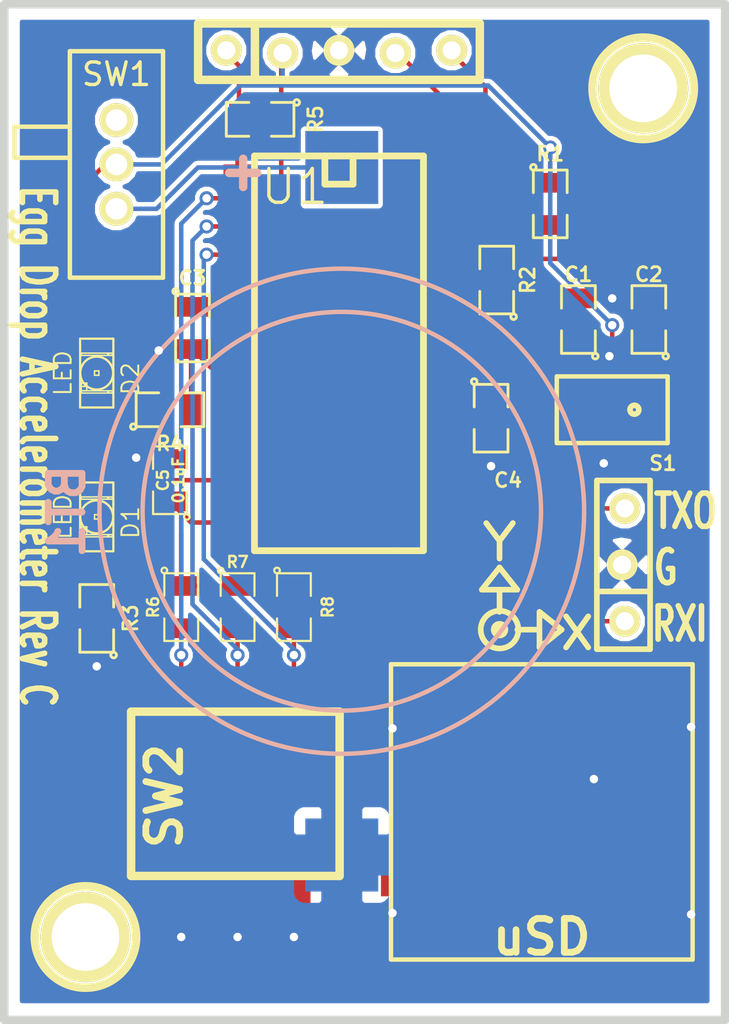
<source format=kicad_pcb>
(kicad_pcb (version 3) (host pcbnew "(2013-06-11 BZR 4021)-stable")

  (general
    (links 69)
    (no_connects 0)
    (area 75.677908 77.810359 118.691661 123.939301)
    (thickness 1.6002)
    (drawings 8)
    (tracks 234)
    (zones 0)
    (modules 26)
    (nets 26)
  )

  (page A4)
  (layers
    (15 Front signal)
    (0 Back signal)
    (16 B.Adhes user)
    (17 F.Adhes user)
    (18 B.Paste user)
    (19 F.Paste user)
    (20 B.SilkS user)
    (21 F.SilkS user)
    (22 B.Mask user)
    (23 F.Mask user)
    (24 Dwgs.User user)
    (25 Cmts.User user)
    (26 Eco1.User user)
    (27 Eco2.User user)
    (28 Edge.Cuts user)
  )

  (setup
    (last_trace_width 0.2032)
    (trace_clearance 0.2032)
    (zone_clearance 0.2032)
    (zone_45_only no)
    (trace_min 0.2032)
    (segment_width 0.381)
    (edge_width 0.381)
    (via_size 0.635)
    (via_drill 0.381)
    (via_min_size 0.635)
    (via_min_drill 0.381)
    (uvia_size 0.508)
    (uvia_drill 0.127)
    (uvias_allowed no)
    (uvia_min_size 0.508)
    (uvia_min_drill 0.127)
    (pcb_text_width 0.3048)
    (pcb_text_size 1.524 2.032)
    (mod_edge_width 0.2)
    (mod_text_size 1.524 1.524)
    (mod_text_width 0.3048)
    (pad_size 1.397 1.397)
    (pad_drill 0.8128)
    (pad_to_mask_clearance 0.254)
    (aux_axis_origin 0 0)
    (visible_elements FFFFFFBF)
    (pcbplotparams
      (layerselection 283148289)
      (usegerberextensions true)
      (excludeedgelayer true)
      (linewidth 0.150000)
      (plotframeref false)
      (viasonmask false)
      (mode 1)
      (useauxorigin false)
      (hpglpennumber 1)
      (hpglpenspeed 20)
      (hpglpendiameter 15)
      (hpglpenoverlay 0)
      (psnegative false)
      (psa4output false)
      (plotreference true)
      (plotvalue true)
      (plotothertext true)
      (plotinvisibletext false)
      (padsonsilk false)
      (subtractmaskfromsilk false)
      (outputformat 1)
      (mirror false)
      (drillshape 0)
      (scaleselection 1)
      (outputdirectory Gerbers/))
  )

  (net 0 "")
  (net 1 +3.3V)
  (net 2 /ALT)
  (net 3 /CS)
  (net 4 /INT1)
  (net 5 /INT2)
  (net 6 /MCLR)
  (net 7 /MISO)
  (net 8 /MOSI)
  (net 9 /PGC)
  (net 10 /PGD)
  (net 11 /RANGE_0)
  (net 12 /RANGE_1)
  (net 13 /RX)
  (net 14 /SCL)
  (net 15 /SCk)
  (net 16 /SDA)
  (net 17 /SDO)
  (net 18 /TEST)
  (net 19 /TX)
  (net 20 GND)
  (net 21 N-0000014)
  (net 22 N-0000015)
  (net 23 N-000005)
  (net 24 N-000006)
  (net 25 N-000008)

  (net_class Default "This is the default net class."
    (clearance 0.2032)
    (trace_width 0.2032)
    (via_dia 0.635)
    (via_drill 0.381)
    (uvia_dia 0.508)
    (uvia_drill 0.127)
    (add_net "")
    (add_net +3.3V)
    (add_net /ALT)
    (add_net /CS)
    (add_net /INT1)
    (add_net /INT2)
    (add_net /MCLR)
    (add_net /MISO)
    (add_net /MOSI)
    (add_net /PGC)
    (add_net /PGD)
    (add_net /RANGE_0)
    (add_net /RANGE_1)
    (add_net /RX)
    (add_net /SCL)
    (add_net /SCk)
    (add_net /SDA)
    (add_net /SDO)
    (add_net /TEST)
    (add_net /TX)
    (add_net GND)
    (add_net N-0000014)
    (add_net N-0000015)
    (add_net N-000005)
    (add_net N-000006)
    (add_net N-000008)
  )

  (module MICRO_SD_HINGE_AMP (layer Front) (tedit 51C8D374) (tstamp 51CB1677)
    (at 110.236 121.031 180)
    (path /502A8622)
    (fp_text reference uSD (at 0 1.016 180) (layer F.SilkS)
      (effects (font (size 1.524 1.524) (thickness 0.3048)))
    )
    (fp_text value uSD (at 0 -1 180) (layer F.SilkS) hide
      (effects (font (size 1.524 1.524) (thickness 0.3048)))
    )
    (fp_line (start 6.79958 0) (end 6.79958 13.29944) (layer F.SilkS) (width 0.20066))
    (fp_line (start 6.79958 13.29944) (end -6.79958 13.29944) (layer F.SilkS) (width 0.20066))
    (fp_line (start -6.79958 13.29944) (end -6.79958 0) (layer F.SilkS) (width 0.20066))
    (fp_line (start -6.79958 0) (end 6.79958 0) (layer F.SilkS) (width 0.20066))
    (pad 1 smd rect (at 3.16992 9.46912 180) (size 0.59944 1.04902)
      (layers Front F.Paste F.Mask)
    )
    (pad 2 smd rect (at 2.0701 9.46912 180) (size 0.59944 1.04902)
      (layers Front F.Paste F.Mask)
      (net 3 /CS)
    )
    (pad 3 smd rect (at 0.97028 9.46912 180) (size 0.59944 1.04902)
      (layers Front F.Paste F.Mask)
      (net 8 /MOSI)
    )
    (pad 4 smd rect (at -0.12954 9.46912 180) (size 0.59944 1.04902)
      (layers Front F.Paste F.Mask)
      (net 1 +3.3V)
    )
    (pad 5 smd rect (at -1.22936 9.46912 180) (size 0.59944 1.04902)
      (layers Front F.Paste F.Mask)
      (net 15 /SCk)
    )
    (pad 6 smd rect (at -2.32918 9.46912 180) (size 0.59944 1.04902)
      (layers Front F.Paste F.Mask)
      (net 20 GND)
    )
    (pad 7 smd rect (at -3.429 9.46912 180) (size 0.59944 1.04902)
      (layers Front F.Paste F.Mask)
      (net 7 /MISO)
    )
    (pad 8 smd rect (at -4.52882 9.46912 180) (size 0.59944 1.04902)
      (layers Front F.Paste F.Mask)
    )
    (pad SHLD smd rect (at 6.72592 11.99896 180) (size 1.04902 1.50114)
      (layers Front F.Paste F.Mask)
      (net 20 GND)
    )
    (pad SHLD smd rect (at -6.72592 11.99896 180) (size 1.04902 1.50114)
      (layers Front F.Paste F.Mask)
      (net 20 GND)
    )
    (pad SHLD smd rect (at 6.72592 3.59918 180) (size 1.04902 1.50114)
      (layers Front F.Paste F.Mask)
      (net 20 GND)
    )
    (pad SHLD smd rect (at -6.72592 3.59918 180) (size 1.04902 1.50114)
      (layers Front F.Paste F.Mask)
      (net 20 GND)
    )
    (model Custom/SD-Amp-microSlot.wrl
      (at (xyz 0 -0.261181 0))
      (scale (xyz 0.3937 0.3937 0.3937))
      (rotate (xyz 0 0 0))
    )
  )

  (module SWITCH_DIP_3 (layer Front) (tedit 51CA1F54) (tstamp 51C26949)
    (at 96.52 113.665)
    (path /51B94C56)
    (fp_text reference SW2 (at -3.302 0 90) (layer F.SilkS)
      (effects (font (size 1.524 1.524) (thickness 0.3048)))
    )
    (fp_text value ~ (at -6 0 90) (layer F.SilkS) hide
      (effects (font (size 1.524 1.524) (thickness 0.3048)))
    )
    (fp_line (start -4.8 -3.8) (end -4.8 3.6) (layer F.SilkS) (width 0.381))
    (fp_line (start -4.8 3.6) (end 4.6 3.6) (layer F.SilkS) (width 0.381))
    (fp_line (start 4.6 3.6) (end 4.6 -3.6) (layer F.SilkS) (width 0.381))
    (fp_line (start 4.6 -3.6) (end 4.6 -3.8) (layer F.SilkS) (width 0.381))
    (fp_line (start 4.6 -3.8) (end -4.8 -3.8) (layer F.SilkS) (width 0.381))
    (pad 1 smd rect (at -2.54 -4.05) (size 1.5 3)
      (layers Front F.Paste F.Mask)
      (net 11 /RANGE_0)
    )
    (pad 2 smd rect (at 0 -4.05) (size 1.5 3)
      (layers Front F.Paste F.Mask)
      (net 12 /RANGE_1)
    )
    (pad 3 smd rect (at 2.54 -4.05) (size 1.5 3)
      (layers Front F.Paste F.Mask)
      (net 18 /TEST)
    )
    (pad 4 smd rect (at 2.54 4.05) (size 1.5 3)
      (layers Front F.Paste F.Mask)
      (net 20 GND)
    )
    (pad 5 smd rect (at 0 4.05) (size 1.5 3)
      (layers Front F.Paste F.Mask)
      (net 20 GND)
    )
    (pad 6 smd rect (at -2.54 4.05) (size 1.5 3)
      (layers Front F.Paste F.Mask)
      (net 20 GND)
    )
    (model Custom/Switch-DIP-SMD-3.wrl
      (at (xyz 0 0 0))
      (scale (xyz 0.3937 0.3937 0.3937))
      (rotate (xyz 0 0 0))
    )
  )

  (module CONN_1x3 (layer Front) (tedit 51CA1F28) (tstamp 51C26977)
    (at 113.919 103.251 270)
    (path /51C24FA5)
    (fp_text reference K1 (at 0 2.54 270) (layer F.SilkS) hide
      (effects (font (size 1.524 1.524) (thickness 0.3048)))
    )
    (fp_text value CONN_3 (at 0 -2.286 270) (layer F.SilkS) hide
      (effects (font (size 1.524 1.524) (thickness 0.3048)))
    )
    (fp_line (start 1.2 1.2) (end 1.2 -1.2) (layer F.SilkS) (width 0.254))
    (fp_line (start 3.6 -1.2) (end -3.8 -1.2) (layer F.SilkS) (width 0.254))
    (fp_line (start -3.8 -1.2) (end -3.8 1) (layer F.SilkS) (width 0.254))
    (fp_line (start -3.8 1) (end -3.8 1.2) (layer F.SilkS) (width 0.254))
    (fp_line (start -3.8 1.2) (end 3.8 1.2) (layer F.SilkS) (width 0.254))
    (fp_line (start 3.8 1.2) (end 3.8 -1.2) (layer F.SilkS) (width 0.254))
    (fp_line (start 3.8 -1.2) (end 3.6 -1.2) (layer F.SilkS) (width 0.254))
    (pad 1 thru_hole circle (at 2.54 -0.06096 270) (size 1.397 1.397) (drill 0.8128)
      (layers *.Cu *.Mask F.SilkS)
      (net 13 /RX)
    )
    (pad 2 thru_hole circle (at 0 0.06096 270) (size 1.397 1.397) (drill 0.8128)
      (layers *.Cu *.Mask F.SilkS)
      (net 20 GND)
    )
    (pad 3 thru_hole circle (at -2.54 -0.06096 270) (size 1.397 1.397) (drill 0.8128)
      (layers *.Cu *.Mask F.SilkS)
      (net 19 /TX)
    )
  )

  (module LGA-14 (layer Front) (tedit 51C8D33D) (tstamp 50EBAAD2)
    (at 113.411 96.266 270)
    (path /502A7972)
    (fp_text reference S1 (at 2.413 -2.286 360) (layer F.SilkS)
      (effects (font (size 0.635 0.635) (thickness 0.127)))
    )
    (fp_text value ADXL345 (at 0 -3.6 270) (layer F.SilkS) hide
      (effects (font (size 1.00076 1.00076) (thickness 0.25019)))
    )
    (fp_circle (center 0 -1) (end 0.2 -1) (layer F.SilkS) (width 0.254))
    (fp_line (start -1.50114 -2.49936) (end 1.50114 -2.49936) (layer F.SilkS) (width 0.20066))
    (fp_line (start 1.50114 -2.49936) (end 1.50114 2.49936) (layer F.SilkS) (width 0.20066))
    (fp_line (start 1.50114 2.49936) (end -1.50114 2.49936) (layer F.SilkS) (width 0.20066))
    (fp_line (start -1.50114 2.49936) (end -1.50114 -2.49936) (layer F.SilkS) (width 0.20066))
    (pad 1 smd rect (at -1.09728 -1.99898 270) (size 1.14554 0.55118)
      (layers Front F.Paste F.Mask)
      (net 1 +3.3V)
    )
    (pad 2 smd rect (at -1.09728 -1.19888 270) (size 1.14554 0.55118)
      (layers Front F.Paste F.Mask)
      (net 20 GND)
    )
    (pad 3 smd rect (at -1.09728 -0.39878 270) (size 1.14554 0.55118)
      (layers Front F.Paste F.Mask)
      (net 1 +3.3V)
    )
    (pad 4 smd rect (at -1.09728 0.39878 270) (size 1.14554 0.55118)
      (layers Front F.Paste F.Mask)
      (net 20 GND)
    )
    (pad 5 smd rect (at -1.09728 1.19888 270) (size 1.14554 0.55118)
      (layers Front F.Paste F.Mask)
      (net 20 GND)
    )
    (pad 6 smd rect (at -1.09728 1.99898 270) (size 1.14554 0.55118)
      (layers Front F.Paste F.Mask)
      (net 1 +3.3V)
    )
    (pad 7 smd rect (at 0 2.09804 270) (size 0.55118 1.14554)
      (layers Front F.Paste F.Mask)
      (net 2 /ALT)
    )
    (pad 8 smd rect (at 1.09728 1.99898 270) (size 1.14554 0.55118)
      (layers Front F.Paste F.Mask)
      (net 4 /INT1)
    )
    (pad 9 smd rect (at 1.09728 1.19888 270) (size 1.14554 0.55118)
      (layers Front F.Paste F.Mask)
      (net 5 /INT2)
    )
    (pad 10 smd rect (at 1.09728 0.39878 270) (size 1.14554 0.55118)
      (layers Front F.Paste F.Mask)
    )
    (pad 11 smd rect (at 1.09728 -0.39878 270) (size 1.14554 0.55118)
      (layers Front F.Paste F.Mask)
      (net 20 GND)
    )
    (pad 12 smd rect (at 1.09728 -1.19888 270) (size 1.14554 0.55118)
      (layers Front F.Paste F.Mask)
      (net 17 /SDO)
    )
    (pad 13 smd rect (at 1.09728 -1.99898 270) (size 1.14554 0.55118)
      (layers Front F.Paste F.Mask)
      (net 16 /SDA)
    )
    (pad 14 smd rect (at 0 -2.09804 270) (size 0.55118 1.14554)
      (layers Front F.Paste F.Mask)
      (net 14 /SCL)
    )
    (model Custom/ADXL345.wrl
      (at (xyz 0 0 0.019685))
      (scale (xyz 0.3937 0.3937 0.3937))
      (rotate (xyz 0 0 0))
    )
  )

  (module CONN_1x5 (layer Front) (tedit 51CA1F30) (tstamp 50EBAAD4)
    (at 101.092 80.137 180)
    (path /50EBA1B5)
    (fp_text reference P1 (at -8.001 -0.127 180) (layer F.SilkS) hide
      (effects (font (size 1.524 1.524) (thickness 0.3048)))
    )
    (fp_text value CONN_5 (at 0 -2.4 180) (layer F.SilkS) hide
      (effects (font (size 1.524 1.524) (thickness 0.3048)))
    )
    (fp_line (start 3.79 1.27) (end 3.79 -1.27) (layer F.SilkS) (width 0.381))
    (fp_line (start -6.35 -1.27) (end 6.35 -1.27) (layer F.SilkS) (width 0.381))
    (fp_line (start 6.35 -1.27) (end 6.35 1.27) (layer F.SilkS) (width 0.381))
    (fp_line (start 6.35 1.27) (end -6.35 1.27) (layer F.SilkS) (width 0.381))
    (fp_line (start -6.35 1.27) (end -6.35 -1.27) (layer F.SilkS) (width 0.381))
    (pad 1 thru_hole circle (at 5.08 0.06096 180) (size 1.397 1.397) (drill 0.8128)
      (layers *.Cu *.Mask F.SilkS)
      (net 6 /MCLR)
    )
    (pad 2 thru_hole circle (at 2.54 -0.06096 180) (size 1.397 1.397) (drill 0.8128)
      (layers *.Cu *.Mask F.SilkS)
      (net 1 +3.3V)
    )
    (pad 3 thru_hole circle (at 0 0.06096 180) (size 1.397 1.397) (drill 0.8128)
      (layers *.Cu *.Mask F.SilkS)
      (net 20 GND)
    )
    (pad 4 thru_hole circle (at -2.54 -0.06096 180) (size 1.397 1.397) (drill 0.8128)
      (layers *.Cu *.Mask F.SilkS)
      (net 10 /PGD)
    )
    (pad 5 thru_hole circle (at -5.08 0.06096 180) (size 1.397 1.397) (drill 0.8128)
      (layers *.Cu *.Mask F.SilkS)
      (net 9 /PGC)
    )
  )

  (module LED-1206 (layer Front) (tedit 49BFA1FF) (tstamp 50EBAABF)
    (at 90.17 94.615 270)
    (descr "LED 1206 smd package")
    (tags "LED1206 SMD")
    (path /502A880A)
    (attr smd)
    (fp_text reference D2 (at 0.254 -1.524 270) (layer F.SilkS)
      (effects (font (size 0.762 0.762) (thickness 0.0889)))
    )
    (fp_text value LED (at 0 1.524 270) (layer F.SilkS)
      (effects (font (size 0.762 0.762) (thickness 0.0889)))
    )
    (fp_line (start -0.09906 0.09906) (end 0.09906 0.09906) (layer F.SilkS) (width 0.06604))
    (fp_line (start 0.09906 0.09906) (end 0.09906 -0.09906) (layer F.SilkS) (width 0.06604))
    (fp_line (start -0.09906 -0.09906) (end 0.09906 -0.09906) (layer F.SilkS) (width 0.06604))
    (fp_line (start -0.09906 0.09906) (end -0.09906 -0.09906) (layer F.SilkS) (width 0.06604))
    (fp_line (start 0.44958 0.6985) (end 0.79756 0.6985) (layer F.SilkS) (width 0.06604))
    (fp_line (start 0.79756 0.6985) (end 0.79756 0.44958) (layer F.SilkS) (width 0.06604))
    (fp_line (start 0.44958 0.44958) (end 0.79756 0.44958) (layer F.SilkS) (width 0.06604))
    (fp_line (start 0.44958 0.6985) (end 0.44958 0.44958) (layer F.SilkS) (width 0.06604))
    (fp_line (start 0.79756 0.6985) (end 0.89916 0.6985) (layer F.SilkS) (width 0.06604))
    (fp_line (start 0.89916 0.6985) (end 0.89916 -0.49784) (layer F.SilkS) (width 0.06604))
    (fp_line (start 0.79756 -0.49784) (end 0.89916 -0.49784) (layer F.SilkS) (width 0.06604))
    (fp_line (start 0.79756 0.6985) (end 0.79756 -0.49784) (layer F.SilkS) (width 0.06604))
    (fp_line (start 0.79756 -0.54864) (end 0.89916 -0.54864) (layer F.SilkS) (width 0.06604))
    (fp_line (start 0.89916 -0.54864) (end 0.89916 -0.6985) (layer F.SilkS) (width 0.06604))
    (fp_line (start 0.79756 -0.6985) (end 0.89916 -0.6985) (layer F.SilkS) (width 0.06604))
    (fp_line (start 0.79756 -0.54864) (end 0.79756 -0.6985) (layer F.SilkS) (width 0.06604))
    (fp_line (start -0.89916 0.6985) (end -0.79756 0.6985) (layer F.SilkS) (width 0.06604))
    (fp_line (start -0.79756 0.6985) (end -0.79756 -0.49784) (layer F.SilkS) (width 0.06604))
    (fp_line (start -0.89916 -0.49784) (end -0.79756 -0.49784) (layer F.SilkS) (width 0.06604))
    (fp_line (start -0.89916 0.6985) (end -0.89916 -0.49784) (layer F.SilkS) (width 0.06604))
    (fp_line (start -0.89916 -0.54864) (end -0.79756 -0.54864) (layer F.SilkS) (width 0.06604))
    (fp_line (start -0.79756 -0.54864) (end -0.79756 -0.6985) (layer F.SilkS) (width 0.06604))
    (fp_line (start -0.89916 -0.6985) (end -0.79756 -0.6985) (layer F.SilkS) (width 0.06604))
    (fp_line (start -0.89916 -0.54864) (end -0.89916 -0.6985) (layer F.SilkS) (width 0.06604))
    (fp_line (start 0.44958 0.6985) (end 0.59944 0.6985) (layer F.SilkS) (width 0.06604))
    (fp_line (start 0.59944 0.6985) (end 0.59944 0.44958) (layer F.SilkS) (width 0.06604))
    (fp_line (start 0.44958 0.44958) (end 0.59944 0.44958) (layer F.SilkS) (width 0.06604))
    (fp_line (start 0.44958 0.6985) (end 0.44958 0.44958) (layer F.SilkS) (width 0.06604))
    (fp_line (start 1.5494 0.7493) (end -1.5494 0.7493) (layer F.SilkS) (width 0.1016))
    (fp_line (start -1.5494 0.7493) (end -1.5494 -0.7493) (layer F.SilkS) (width 0.1016))
    (fp_line (start -1.5494 -0.7493) (end 1.5494 -0.7493) (layer F.SilkS) (width 0.1016))
    (fp_line (start 1.5494 -0.7493) (end 1.5494 0.7493) (layer F.SilkS) (width 0.1016))
    (fp_arc (start 0 0) (end 0.54864 0.49784) (angle 95.4) (layer F.SilkS) (width 0.1016))
    (fp_arc (start 0 0) (end -0.54864 0.49784) (angle 84.5) (layer F.SilkS) (width 0.1016))
    (fp_arc (start 0 0) (end -0.54864 -0.49784) (angle 95.4) (layer F.SilkS) (width 0.1016))
    (fp_arc (start 0 0) (end 0.54864 -0.49784) (angle 84.5) (layer F.SilkS) (width 0.1016))
    (pad 1 smd rect (at -1.41986 0 270) (size 1.59766 1.80086)
      (layers Front F.Paste F.Mask)
      (net 1 +3.3V)
    )
    (pad 2 smd rect (at 1.41986 0 270) (size 1.59766 1.80086)
      (layers Front F.Paste F.Mask)
      (net 23 N-000005)
    )
    (model Custom/LED-1206.wrl
      (at (xyz 0 0 0))
      (scale (xyz 0.3937 0.3937 0.3937))
      (rotate (xyz 0 0 0))
    )
  )

  (module LED-1206 (layer Front) (tedit 49BFA1FF) (tstamp 50EBAABD)
    (at 90.17 101.092 270)
    (descr "LED 1206 smd package")
    (tags "LED1206 SMD")
    (path /502A880F)
    (attr smd)
    (fp_text reference D1 (at 0.254 -1.524 270) (layer F.SilkS)
      (effects (font (size 0.762 0.762) (thickness 0.0889)))
    )
    (fp_text value LED (at 0 1.524 270) (layer F.SilkS)
      (effects (font (size 0.762 0.762) (thickness 0.0889)))
    )
    (fp_line (start -0.09906 0.09906) (end 0.09906 0.09906) (layer F.SilkS) (width 0.06604))
    (fp_line (start 0.09906 0.09906) (end 0.09906 -0.09906) (layer F.SilkS) (width 0.06604))
    (fp_line (start -0.09906 -0.09906) (end 0.09906 -0.09906) (layer F.SilkS) (width 0.06604))
    (fp_line (start -0.09906 0.09906) (end -0.09906 -0.09906) (layer F.SilkS) (width 0.06604))
    (fp_line (start 0.44958 0.6985) (end 0.79756 0.6985) (layer F.SilkS) (width 0.06604))
    (fp_line (start 0.79756 0.6985) (end 0.79756 0.44958) (layer F.SilkS) (width 0.06604))
    (fp_line (start 0.44958 0.44958) (end 0.79756 0.44958) (layer F.SilkS) (width 0.06604))
    (fp_line (start 0.44958 0.6985) (end 0.44958 0.44958) (layer F.SilkS) (width 0.06604))
    (fp_line (start 0.79756 0.6985) (end 0.89916 0.6985) (layer F.SilkS) (width 0.06604))
    (fp_line (start 0.89916 0.6985) (end 0.89916 -0.49784) (layer F.SilkS) (width 0.06604))
    (fp_line (start 0.79756 -0.49784) (end 0.89916 -0.49784) (layer F.SilkS) (width 0.06604))
    (fp_line (start 0.79756 0.6985) (end 0.79756 -0.49784) (layer F.SilkS) (width 0.06604))
    (fp_line (start 0.79756 -0.54864) (end 0.89916 -0.54864) (layer F.SilkS) (width 0.06604))
    (fp_line (start 0.89916 -0.54864) (end 0.89916 -0.6985) (layer F.SilkS) (width 0.06604))
    (fp_line (start 0.79756 -0.6985) (end 0.89916 -0.6985) (layer F.SilkS) (width 0.06604))
    (fp_line (start 0.79756 -0.54864) (end 0.79756 -0.6985) (layer F.SilkS) (width 0.06604))
    (fp_line (start -0.89916 0.6985) (end -0.79756 0.6985) (layer F.SilkS) (width 0.06604))
    (fp_line (start -0.79756 0.6985) (end -0.79756 -0.49784) (layer F.SilkS) (width 0.06604))
    (fp_line (start -0.89916 -0.49784) (end -0.79756 -0.49784) (layer F.SilkS) (width 0.06604))
    (fp_line (start -0.89916 0.6985) (end -0.89916 -0.49784) (layer F.SilkS) (width 0.06604))
    (fp_line (start -0.89916 -0.54864) (end -0.79756 -0.54864) (layer F.SilkS) (width 0.06604))
    (fp_line (start -0.79756 -0.54864) (end -0.79756 -0.6985) (layer F.SilkS) (width 0.06604))
    (fp_line (start -0.89916 -0.6985) (end -0.79756 -0.6985) (layer F.SilkS) (width 0.06604))
    (fp_line (start -0.89916 -0.54864) (end -0.89916 -0.6985) (layer F.SilkS) (width 0.06604))
    (fp_line (start 0.44958 0.6985) (end 0.59944 0.6985) (layer F.SilkS) (width 0.06604))
    (fp_line (start 0.59944 0.6985) (end 0.59944 0.44958) (layer F.SilkS) (width 0.06604))
    (fp_line (start 0.44958 0.44958) (end 0.59944 0.44958) (layer F.SilkS) (width 0.06604))
    (fp_line (start 0.44958 0.6985) (end 0.44958 0.44958) (layer F.SilkS) (width 0.06604))
    (fp_line (start 1.5494 0.7493) (end -1.5494 0.7493) (layer F.SilkS) (width 0.1016))
    (fp_line (start -1.5494 0.7493) (end -1.5494 -0.7493) (layer F.SilkS) (width 0.1016))
    (fp_line (start -1.5494 -0.7493) (end 1.5494 -0.7493) (layer F.SilkS) (width 0.1016))
    (fp_line (start 1.5494 -0.7493) (end 1.5494 0.7493) (layer F.SilkS) (width 0.1016))
    (fp_arc (start 0 0) (end 0.54864 0.49784) (angle 95.4) (layer F.SilkS) (width 0.1016))
    (fp_arc (start 0 0) (end -0.54864 0.49784) (angle 84.5) (layer F.SilkS) (width 0.1016))
    (fp_arc (start 0 0) (end -0.54864 -0.49784) (angle 95.4) (layer F.SilkS) (width 0.1016))
    (fp_arc (start 0 0) (end 0.54864 -0.49784) (angle 84.5) (layer F.SilkS) (width 0.1016))
    (pad 1 smd rect (at -1.41986 0 270) (size 1.59766 1.80086)
      (layers Front F.Paste F.Mask)
      (net 22 N-0000015)
    )
    (pad 2 smd rect (at 1.41986 0 270) (size 1.59766 1.80086)
      (layers Front F.Paste F.Mask)
      (net 24 N-000006)
    )
    (model Custom/LED-1206.wrl
      (at (xyz 0 0 0))
      (scale (xyz 0.3937 0.3937 0.3937))
      (rotate (xyz 0 0 0))
    )
  )

  (module SM0805 (layer Front) (tedit 5091495C) (tstamp 51C3C3AA)
    (at 93.472 99.441 90)
    (path /51C3C447)
    (attr smd)
    (fp_text reference C5 (at 0 -0.3175 90) (layer F.SilkS)
      (effects (font (size 0.50038 0.50038) (thickness 0.10922)))
    )
    (fp_text value 0.1uF (at 0 0.381 90) (layer F.SilkS)
      (effects (font (size 0.50038 0.50038) (thickness 0.10922)))
    )
    (fp_circle (center -1.651 0.762) (end -1.651 0.635) (layer F.SilkS) (width 0.09906))
    (fp_line (start -0.508 0.762) (end -1.524 0.762) (layer F.SilkS) (width 0.09906))
    (fp_line (start -1.524 0.762) (end -1.524 -0.762) (layer F.SilkS) (width 0.09906))
    (fp_line (start -1.524 -0.762) (end -0.508 -0.762) (layer F.SilkS) (width 0.09906))
    (fp_line (start 0.508 -0.762) (end 1.524 -0.762) (layer F.SilkS) (width 0.09906))
    (fp_line (start 1.524 -0.762) (end 1.524 0.762) (layer F.SilkS) (width 0.09906))
    (fp_line (start 1.524 0.762) (end 0.508 0.762) (layer F.SilkS) (width 0.09906))
    (pad 1 smd rect (at -0.9525 0 90) (size 0.889 1.397)
      (layers Front F.Paste F.Mask)
      (net 1 +3.3V)
    )
    (pad 2 smd rect (at 0.9525 0 90) (size 0.889 1.397)
      (layers Front F.Paste F.Mask)
      (net 20 GND)
    )
    (model smd/capacitors/C0805.wrl
      (at (xyz 0 0 0))
      (scale (xyz 0.3937 0.3937 0.3937))
      (rotate (xyz 0 0 0))
    )
  )

  (module SM0805 (layer Front) (tedit 51C39A4C) (tstamp 51C26970)
    (at 93.98 105.156 270)
    (path /51B949AC)
    (attr smd)
    (fp_text reference R6 (at 0 1.27 270) (layer F.SilkS)
      (effects (font (size 0.50038 0.50038) (thickness 0.10922)))
    )
    (fp_text value 10k (at 0 0.381 270) (layer F.SilkS) hide
      (effects (font (size 0.50038 0.50038) (thickness 0.10922)))
    )
    (fp_circle (center -1.651 0.762) (end -1.651 0.635) (layer F.SilkS) (width 0.09906))
    (fp_line (start -0.508 0.762) (end -1.524 0.762) (layer F.SilkS) (width 0.09906))
    (fp_line (start -1.524 0.762) (end -1.524 -0.762) (layer F.SilkS) (width 0.09906))
    (fp_line (start -1.524 -0.762) (end -0.508 -0.762) (layer F.SilkS) (width 0.09906))
    (fp_line (start 0.508 -0.762) (end 1.524 -0.762) (layer F.SilkS) (width 0.09906))
    (fp_line (start 1.524 -0.762) (end 1.524 0.762) (layer F.SilkS) (width 0.09906))
    (fp_line (start 1.524 0.762) (end 0.508 0.762) (layer F.SilkS) (width 0.09906))
    (pad 1 smd rect (at -0.9525 0 270) (size 0.889 1.397)
      (layers Front F.Paste F.Mask)
      (net 1 +3.3V)
    )
    (pad 2 smd rect (at 0.9525 0 270) (size 0.889 1.397)
      (layers Front F.Paste F.Mask)
      (net 11 /RANGE_0)
    )
    (model smd/resistors/R0805/R0805.wrl
      (at (xyz 0 0 0))
      (scale (xyz 0.3937 0.3937 0.3937))
      (rotate (xyz 0 0 0))
    )
  )

  (module SM0805 (layer Front) (tedit 51C39A51) (tstamp 51C26963)
    (at 96.52 105.156 270)
    (path /51B949B2)
    (attr smd)
    (fp_text reference R7 (at -2.032 0 360) (layer F.SilkS)
      (effects (font (size 0.50038 0.50038) (thickness 0.10922)))
    )
    (fp_text value 10k (at 0 0.381 270) (layer F.SilkS) hide
      (effects (font (size 0.50038 0.50038) (thickness 0.10922)))
    )
    (fp_circle (center -1.651 0.762) (end -1.651 0.635) (layer F.SilkS) (width 0.09906))
    (fp_line (start -0.508 0.762) (end -1.524 0.762) (layer F.SilkS) (width 0.09906))
    (fp_line (start -1.524 0.762) (end -1.524 -0.762) (layer F.SilkS) (width 0.09906))
    (fp_line (start -1.524 -0.762) (end -0.508 -0.762) (layer F.SilkS) (width 0.09906))
    (fp_line (start 0.508 -0.762) (end 1.524 -0.762) (layer F.SilkS) (width 0.09906))
    (fp_line (start 1.524 -0.762) (end 1.524 0.762) (layer F.SilkS) (width 0.09906))
    (fp_line (start 1.524 0.762) (end 0.508 0.762) (layer F.SilkS) (width 0.09906))
    (pad 1 smd rect (at -0.9525 0 270) (size 0.889 1.397)
      (layers Front F.Paste F.Mask)
      (net 1 +3.3V)
    )
    (pad 2 smd rect (at 0.9525 0 270) (size 0.889 1.397)
      (layers Front F.Paste F.Mask)
      (net 12 /RANGE_1)
    )
    (model smd/resistors/R0805/R0805.wrl
      (at (xyz 0 0 0))
      (scale (xyz 0.3937 0.3937 0.3937))
      (rotate (xyz 0 0 0))
    )
  )

  (module SM0805 (layer Front) (tedit 51C39A56) (tstamp 51C26956)
    (at 99.06 105.156 270)
    (path /51B949B5)
    (attr smd)
    (fp_text reference R8 (at 0 -1.524 270) (layer F.SilkS)
      (effects (font (size 0.50038 0.50038) (thickness 0.10922)))
    )
    (fp_text value 10k (at 0 0.381 270) (layer F.SilkS) hide
      (effects (font (size 0.50038 0.50038) (thickness 0.10922)))
    )
    (fp_circle (center -1.651 0.762) (end -1.651 0.635) (layer F.SilkS) (width 0.09906))
    (fp_line (start -0.508 0.762) (end -1.524 0.762) (layer F.SilkS) (width 0.09906))
    (fp_line (start -1.524 0.762) (end -1.524 -0.762) (layer F.SilkS) (width 0.09906))
    (fp_line (start -1.524 -0.762) (end -0.508 -0.762) (layer F.SilkS) (width 0.09906))
    (fp_line (start 0.508 -0.762) (end 1.524 -0.762) (layer F.SilkS) (width 0.09906))
    (fp_line (start 1.524 -0.762) (end 1.524 0.762) (layer F.SilkS) (width 0.09906))
    (fp_line (start 1.524 0.762) (end 0.508 0.762) (layer F.SilkS) (width 0.09906))
    (pad 1 smd rect (at -0.9525 0 270) (size 0.889 1.397)
      (layers Front F.Paste F.Mask)
      (net 1 +3.3V)
    )
    (pad 2 smd rect (at 0.9525 0 270) (size 0.889 1.397)
      (layers Front F.Paste F.Mask)
      (net 18 /TEST)
    )
    (model smd/resistors/R0805/R0805.wrl
      (at (xyz 0 0 0))
      (scale (xyz 0.3937 0.3937 0.3937))
      (rotate (xyz 0 0 0))
    )
  )

  (module 1pin   locked (layer Front) (tedit 50EE524D) (tstamp 50EE522C)
    (at 114.808 81.788)
    (descr "module 1 pin (ou trou mecanique de percage)")
    (tags DEV)
    (path 1pin)
    (fp_text reference 1PIN (at 0 -3.048) (layer F.SilkS) hide
      (effects (font (size 1.016 1.016) (thickness 0.254)))
    )
    (fp_text value P*** (at 0 2.794) (layer F.SilkS) hide
      (effects (font (size 1.016 1.016) (thickness 0.254)))
    )
    (fp_circle (center 0 0) (end 0 -2.286) (layer F.SilkS) (width 0.381))
    (pad 1 thru_hole circle (at 0 0) (size 4.064 4.064) (drill 3.048)
      (layers *.Cu *.Mask F.SilkS)
    )
  )

  (module 1pin   locked (layer Front) (tedit 50EE51E8) (tstamp 50EE514A)
    (at 89.662 120.015)
    (descr "module 1 pin (ou trou mecanique de percage)")
    (tags DEV)
    (path 1pin)
    (fp_text reference 1PIN (at 0 -3.048) (layer F.SilkS) hide
      (effects (font (size 1.016 1.016) (thickness 0.254)))
    )
    (fp_text value P*** (at 0 2.794) (layer F.SilkS) hide
      (effects (font (size 1.016 1.016) (thickness 0.254)))
    )
    (fp_circle (center 0 0) (end 0 -2.286) (layer F.SilkS) (width 0.381))
    (pad 1 thru_hole circle (at 0 0) (size 4.064 4.064) (drill 3.048)
      (layers *.Cu *.Mask F.SilkS)
    )
  )

  (module SM0805 (layer Front) (tedit 50EE50D6) (tstamp 50EBAAD0)
    (at 97.536 83.185 180)
    (path /502A89DA)
    (attr smd)
    (fp_text reference R5 (at -2.49936 0 270) (layer F.SilkS)
      (effects (font (size 0.635 0.635) (thickness 0.127)))
    )
    (fp_text value 10K (at 0 0 180) (layer F.SilkS) hide
      (effects (font (size 0.635 0.635) (thickness 0.127)))
    )
    (fp_circle (center -1.651 0.762) (end -1.651 0.635) (layer F.SilkS) (width 0.127))
    (fp_line (start -0.508 0.762) (end -1.524 0.762) (layer F.SilkS) (width 0.127))
    (fp_line (start -1.524 0.762) (end -1.524 -0.762) (layer F.SilkS) (width 0.127))
    (fp_line (start -1.524 -0.762) (end -0.508 -0.762) (layer F.SilkS) (width 0.127))
    (fp_line (start 0.508 -0.762) (end 1.524 -0.762) (layer F.SilkS) (width 0.127))
    (fp_line (start 1.524 -0.762) (end 1.524 0.762) (layer F.SilkS) (width 0.127))
    (fp_line (start 1.524 0.762) (end 0.508 0.762) (layer F.SilkS) (width 0.127))
    (pad 1 smd rect (at -0.9525 0 180) (size 0.889 1.397)
      (layers Front F.Paste F.Mask)
      (net 1 +3.3V)
    )
    (pad 2 smd rect (at 0.9525 0 180) (size 0.889 1.397)
      (layers Front F.Paste F.Mask)
      (net 6 /MCLR)
    )
    (model smd/resistors/R0805/R0805.wrl
      (at (xyz 0 0 0))
      (scale (xyz 0.3937 0.3937 0.3937))
      (rotate (xyz 0 0 0))
    )
  )

  (module SM0805 (layer Front) (tedit 51C38EFE) (tstamp 50EBAACE)
    (at 93.472 96.266)
    (path /502A8834)
    (attr smd)
    (fp_text reference R4 (at 0 1.524) (layer F.SilkS)
      (effects (font (size 0.635 0.635) (thickness 0.127)))
    )
    (fp_text value 330 (at 0 0) (layer F.SilkS) hide
      (effects (font (size 0.635 0.635) (thickness 0.127)))
    )
    (fp_circle (center -1.651 0.762) (end -1.651 0.635) (layer F.SilkS) (width 0.127))
    (fp_line (start -0.508 0.762) (end -1.524 0.762) (layer F.SilkS) (width 0.127))
    (fp_line (start -1.524 0.762) (end -1.524 -0.762) (layer F.SilkS) (width 0.127))
    (fp_line (start -1.524 -0.762) (end -0.508 -0.762) (layer F.SilkS) (width 0.127))
    (fp_line (start 0.508 -0.762) (end 1.524 -0.762) (layer F.SilkS) (width 0.127))
    (fp_line (start 1.524 -0.762) (end 1.524 0.762) (layer F.SilkS) (width 0.127))
    (fp_line (start 1.524 0.762) (end 0.508 0.762) (layer F.SilkS) (width 0.127))
    (pad 1 smd rect (at -0.9525 0) (size 0.889 1.397)
      (layers Front F.Paste F.Mask)
      (net 23 N-000005)
    )
    (pad 2 smd rect (at 0.9525 0) (size 0.889 1.397)
      (layers Front F.Paste F.Mask)
      (net 20 GND)
    )
    (model smd/resistors/R0805/R0805.wrl
      (at (xyz 0 0 0))
      (scale (xyz 0.3937 0.3937 0.3937))
      (rotate (xyz 0 0 0))
    )
  )

  (module SM0805 (layer Front) (tedit 51C39A5E) (tstamp 50EBAACC)
    (at 90.17 105.664 90)
    (path /502A8837)
    (attr smd)
    (fp_text reference R3 (at 0 1.524 90) (layer F.SilkS)
      (effects (font (size 0.635 0.635) (thickness 0.127)))
    )
    (fp_text value 330 (at 0 0 90) (layer F.SilkS) hide
      (effects (font (size 0.635 0.635) (thickness 0.127)))
    )
    (fp_circle (center -1.651 0.762) (end -1.651 0.635) (layer F.SilkS) (width 0.127))
    (fp_line (start -0.508 0.762) (end -1.524 0.762) (layer F.SilkS) (width 0.127))
    (fp_line (start -1.524 0.762) (end -1.524 -0.762) (layer F.SilkS) (width 0.127))
    (fp_line (start -1.524 -0.762) (end -0.508 -0.762) (layer F.SilkS) (width 0.127))
    (fp_line (start 0.508 -0.762) (end 1.524 -0.762) (layer F.SilkS) (width 0.127))
    (fp_line (start 1.524 -0.762) (end 1.524 0.762) (layer F.SilkS) (width 0.127))
    (fp_line (start 1.524 0.762) (end 0.508 0.762) (layer F.SilkS) (width 0.127))
    (pad 1 smd rect (at -0.9525 0 90) (size 0.889 1.397)
      (layers Front F.Paste F.Mask)
      (net 20 GND)
    )
    (pad 2 smd rect (at 0.9525 0 90) (size 0.889 1.397)
      (layers Front F.Paste F.Mask)
      (net 24 N-000006)
    )
    (model smd/resistors/R0805/R0805.wrl
      (at (xyz 0 0 0))
      (scale (xyz 0.3937 0.3937 0.3937))
      (rotate (xyz 0 0 0))
    )
  )

  (module SM0805 (layer Front) (tedit 51C39A2A) (tstamp 50EBAACA)
    (at 108.204 90.424 90)
    (path /502A80AD)
    (attr smd)
    (fp_text reference R2 (at 0 1.397 90) (layer F.SilkS)
      (effects (font (size 0.635 0.635) (thickness 0.127)))
    )
    (fp_text value 4.7K (at 0 0 90) (layer F.SilkS) hide
      (effects (font (size 0.635 0.635) (thickness 0.127)))
    )
    (fp_circle (center -1.651 0.762) (end -1.651 0.635) (layer F.SilkS) (width 0.127))
    (fp_line (start -0.508 0.762) (end -1.524 0.762) (layer F.SilkS) (width 0.127))
    (fp_line (start -1.524 0.762) (end -1.524 -0.762) (layer F.SilkS) (width 0.127))
    (fp_line (start -1.524 -0.762) (end -0.508 -0.762) (layer F.SilkS) (width 0.127))
    (fp_line (start 0.508 -0.762) (end 1.524 -0.762) (layer F.SilkS) (width 0.127))
    (fp_line (start 1.524 -0.762) (end 1.524 0.762) (layer F.SilkS) (width 0.127))
    (fp_line (start 1.524 0.762) (end 0.508 0.762) (layer F.SilkS) (width 0.127))
    (pad 1 smd rect (at -0.9525 0 90) (size 0.889 1.397)
      (layers Front F.Paste F.Mask)
      (net 1 +3.3V)
    )
    (pad 2 smd rect (at 0.9525 0 90) (size 0.889 1.397)
      (layers Front F.Paste F.Mask)
      (net 14 /SCL)
    )
    (model smd/resistors/R0805/R0805.wrl
      (at (xyz 0 0 0))
      (scale (xyz 0.3937 0.3937 0.3937))
      (rotate (xyz 0 0 0))
    )
  )

  (module SM0805 (layer Front) (tedit 50EE50DD) (tstamp 50EBAAC8)
    (at 110.617 86.995 270)
    (path /502A80AA)
    (attr smd)
    (fp_text reference R1 (at -2.25044 0 360) (layer F.SilkS)
      (effects (font (size 0.635 0.635) (thickness 0.127)))
    )
    (fp_text value 4.7K (at 0 0 270) (layer F.SilkS) hide
      (effects (font (size 0.635 0.635) (thickness 0.127)))
    )
    (fp_circle (center -1.651 0.762) (end -1.651 0.635) (layer F.SilkS) (width 0.127))
    (fp_line (start -0.508 0.762) (end -1.524 0.762) (layer F.SilkS) (width 0.127))
    (fp_line (start -1.524 0.762) (end -1.524 -0.762) (layer F.SilkS) (width 0.127))
    (fp_line (start -1.524 -0.762) (end -0.508 -0.762) (layer F.SilkS) (width 0.127))
    (fp_line (start 0.508 -0.762) (end 1.524 -0.762) (layer F.SilkS) (width 0.127))
    (fp_line (start 1.524 -0.762) (end 1.524 0.762) (layer F.SilkS) (width 0.127))
    (fp_line (start 1.524 0.762) (end 0.508 0.762) (layer F.SilkS) (width 0.127))
    (pad 1 smd rect (at -0.9525 0 270) (size 0.889 1.397)
      (layers Front F.Paste F.Mask)
      (net 1 +3.3V)
    )
    (pad 2 smd rect (at 0.9525 0 270) (size 0.889 1.397)
      (layers Front F.Paste F.Mask)
      (net 16 /SDA)
    )
    (model smd/resistors/R0805/R0805.wrl
      (at (xyz 0 0 0))
      (scale (xyz 0.3937 0.3937 0.3937))
      (rotate (xyz 0 0 0))
    )
  )

  (module SM0805 (layer Front) (tedit 51C3A157) (tstamp 50EBAAC6)
    (at 107.95 96.647 270)
    (path /502A80A3)
    (attr smd)
    (fp_text reference C4 (at 2.794 -0.762 360) (layer F.SilkS)
      (effects (font (size 0.635 0.635) (thickness 0.127)))
    )
    (fp_text value "0.1 uF" (at 0 0 270) (layer F.SilkS) hide
      (effects (font (size 0.635 0.635) (thickness 0.127)))
    )
    (fp_circle (center -1.651 0.762) (end -1.651 0.635) (layer F.SilkS) (width 0.127))
    (fp_line (start -0.508 0.762) (end -1.524 0.762) (layer F.SilkS) (width 0.127))
    (fp_line (start -1.524 0.762) (end -1.524 -0.762) (layer F.SilkS) (width 0.127))
    (fp_line (start -1.524 -0.762) (end -0.508 -0.762) (layer F.SilkS) (width 0.127))
    (fp_line (start 0.508 -0.762) (end 1.524 -0.762) (layer F.SilkS) (width 0.127))
    (fp_line (start 1.524 -0.762) (end 1.524 0.762) (layer F.SilkS) (width 0.127))
    (fp_line (start 1.524 0.762) (end 0.508 0.762) (layer F.SilkS) (width 0.127))
    (pad 1 smd rect (at -0.9525 0 270) (size 0.889 1.397)
      (layers Front F.Paste F.Mask)
      (net 1 +3.3V)
    )
    (pad 2 smd rect (at 0.9525 0 270) (size 0.889 1.397)
      (layers Front F.Paste F.Mask)
      (net 20 GND)
    )
    (model smd/capacitors/C0805.wrl
      (at (xyz 0 0 0))
      (scale (xyz 0.3937 0.3937 0.3937))
      (rotate (xyz 0 0 0))
    )
  )

  (module SM0805 (layer Front) (tedit 50EE50CC) (tstamp 50EBAAC4)
    (at 94.488 92.583 270)
    (path /502A80D3)
    (attr smd)
    (fp_text reference C3 (at -2.2479 0 360) (layer F.SilkS)
      (effects (font (size 0.635 0.635) (thickness 0.127)))
    )
    (fp_text value "10 uF" (at 0 0 270) (layer F.SilkS) hide
      (effects (font (size 0.635 0.635) (thickness 0.127)))
    )
    (fp_circle (center -1.651 0.762) (end -1.651 0.635) (layer F.SilkS) (width 0.127))
    (fp_line (start -0.508 0.762) (end -1.524 0.762) (layer F.SilkS) (width 0.127))
    (fp_line (start -1.524 0.762) (end -1.524 -0.762) (layer F.SilkS) (width 0.127))
    (fp_line (start -1.524 -0.762) (end -0.508 -0.762) (layer F.SilkS) (width 0.127))
    (fp_line (start 0.508 -0.762) (end 1.524 -0.762) (layer F.SilkS) (width 0.127))
    (fp_line (start 1.524 -0.762) (end 1.524 0.762) (layer F.SilkS) (width 0.127))
    (fp_line (start 1.524 0.762) (end 0.508 0.762) (layer F.SilkS) (width 0.127))
    (pad 1 smd rect (at -0.9525 0 270) (size 0.889 1.397)
      (layers Front F.Paste F.Mask)
      (net 21 N-0000014)
    )
    (pad 2 smd rect (at 0.9525 0 270) (size 0.889 1.397)
      (layers Front F.Paste F.Mask)
      (net 20 GND)
    )
    (model smd/capacitors/C0805.wrl
      (at (xyz 0 0 0))
      (scale (xyz 0.3937 0.3937 0.3937))
      (rotate (xyz 0 0 0))
    )
  )

  (module SM0805 (layer Front) (tedit 51C39A36) (tstamp 50EBAAC2)
    (at 115.062 92.202 90)
    (path /502A809D)
    (attr smd)
    (fp_text reference C2 (at 2.032 0 180) (layer F.SilkS)
      (effects (font (size 0.635 0.635) (thickness 0.127)))
    )
    (fp_text value "0.1 uF" (at 0 0 90) (layer F.SilkS) hide
      (effects (font (size 0.635 0.635) (thickness 0.127)))
    )
    (fp_circle (center -1.651 0.762) (end -1.651 0.635) (layer F.SilkS) (width 0.127))
    (fp_line (start -0.508 0.762) (end -1.524 0.762) (layer F.SilkS) (width 0.127))
    (fp_line (start -1.524 0.762) (end -1.524 -0.762) (layer F.SilkS) (width 0.127))
    (fp_line (start -1.524 -0.762) (end -0.508 -0.762) (layer F.SilkS) (width 0.127))
    (fp_line (start 0.508 -0.762) (end 1.524 -0.762) (layer F.SilkS) (width 0.127))
    (fp_line (start 1.524 -0.762) (end 1.524 0.762) (layer F.SilkS) (width 0.127))
    (fp_line (start 1.524 0.762) (end 0.508 0.762) (layer F.SilkS) (width 0.127))
    (pad 1 smd rect (at -0.9525 0 90) (size 0.889 1.397)
      (layers Front F.Paste F.Mask)
      (net 1 +3.3V)
    )
    (pad 2 smd rect (at 0.9525 0 90) (size 0.889 1.397)
      (layers Front F.Paste F.Mask)
      (net 20 GND)
    )
    (model smd/capacitors/C0805.wrl
      (at (xyz 0 0 0))
      (scale (xyz 0.3937 0.3937 0.3937))
      (rotate (xyz 0 0 0))
    )
  )

  (module SM0805 (layer Front) (tedit 51C39A32) (tstamp 50EBAAC0)
    (at 111.887 92.202 90)
    (path /502C8EBC)
    (attr smd)
    (fp_text reference C1 (at 2.032 0 180) (layer F.SilkS)
      (effects (font (size 0.635 0.635) (thickness 0.127)))
    )
    (fp_text value "1 uF" (at 0 0 90) (layer F.SilkS) hide
      (effects (font (size 0.635 0.635) (thickness 0.127)))
    )
    (fp_circle (center -1.651 0.762) (end -1.651 0.635) (layer F.SilkS) (width 0.127))
    (fp_line (start -0.508 0.762) (end -1.524 0.762) (layer F.SilkS) (width 0.127))
    (fp_line (start -1.524 0.762) (end -1.524 -0.762) (layer F.SilkS) (width 0.127))
    (fp_line (start -1.524 -0.762) (end -0.508 -0.762) (layer F.SilkS) (width 0.127))
    (fp_line (start 0.508 -0.762) (end 1.524 -0.762) (layer F.SilkS) (width 0.127))
    (fp_line (start 1.524 -0.762) (end 1.524 0.762) (layer F.SilkS) (width 0.127))
    (fp_line (start 1.524 0.762) (end 0.508 0.762) (layer F.SilkS) (width 0.127))
    (pad 1 smd rect (at -0.9525 0 90) (size 0.889 1.397)
      (layers Front F.Paste F.Mask)
      (net 1 +3.3V)
    )
    (pad 2 smd rect (at 0.9525 0 90) (size 0.889 1.397)
      (layers Front F.Paste F.Mask)
      (net 20 GND)
    )
    (model smd/capacitors/C0805.wrl
      (at (xyz 0 0 0))
      (scale (xyz 0.3937 0.3937 0.3937))
      (rotate (xyz 0 0 0))
    )
  )

  (module SO28 (layer Front) (tedit 50EE5441) (tstamp 50EBAABC)
    (at 101.092 93.726 270)
    (descr "Module CMS SO 28 pins large")
    (tags "CMS SOJ SO SOIC")
    (path /502A8028)
    (attr smd)
    (fp_text reference U1 (at -7.50062 1.99898 360) (layer F.SilkS)
      (effects (font (size 1.524 1.524) (thickness 0.1524)))
    )
    (fp_text value PIC18F27J13 (at 0 1.27 270) (layer F.SilkS) hide
      (effects (font (size 1.524 1.524) (thickness 0.1524)))
    )
    (fp_line (start 8.89 -2.54) (end 8.89 3.81) (layer F.SilkS) (width 0.3048))
    (fp_line (start 8.89 3.81) (end -8.89 3.81) (layer F.SilkS) (width 0.3048))
    (fp_line (start -8.89 3.81) (end -8.89 -3.81) (layer F.SilkS) (width 0.3048))
    (fp_line (start -8.89 -3.81) (end 8.89 -3.81) (layer F.SilkS) (width 0.3048))
    (fp_line (start 8.89 -3.81) (end 8.89 -2.54) (layer F.SilkS) (width 0.3048))
    (fp_line (start -8.89 -0.635) (end -7.62 -0.635) (layer F.SilkS) (width 0.3048))
    (fp_line (start -7.62 -0.635) (end -7.62 0.635) (layer F.SilkS) (width 0.3048))
    (fp_line (start -7.62 0.635) (end -8.89 0.635) (layer F.SilkS) (width 0.3048))
    (pad 1 smd rect (at -8.255 4.572 270) (size 0.508 1.27)
      (layers Front F.Paste F.Mask)
      (net 6 /MCLR)
    )
    (pad 2 smd rect (at -6.985 4.572 270) (size 0.508 1.27)
      (layers Front F.Paste F.Mask)
      (net 11 /RANGE_0)
    )
    (pad 3 smd rect (at -5.715 4.572 270) (size 0.508 1.27)
      (layers Front F.Paste F.Mask)
      (net 12 /RANGE_1)
    )
    (pad 4 smd rect (at -4.445 4.572 270) (size 0.508 1.27)
      (layers Front F.Paste F.Mask)
      (net 18 /TEST)
    )
    (pad 5 smd rect (at -3.175 4.572 270) (size 0.508 1.27)
      (layers Front F.Paste F.Mask)
    )
    (pad 6 smd rect (at -1.905 4.572 270) (size 0.508 1.27)
      (layers Front F.Paste F.Mask)
      (net 21 N-0000014)
    )
    (pad 7 smd rect (at -0.635 4.572 270) (size 0.508 1.27)
      (layers Front F.Paste F.Mask)
    )
    (pad 8 smd rect (at 0.635 4.572 270) (size 0.508 1.27)
      (layers Front F.Paste F.Mask)
      (net 20 GND)
    )
    (pad 9 smd rect (at 1.905 4.572 270) (size 0.508 1.27)
      (layers Front F.Paste F.Mask)
    )
    (pad 10 smd rect (at 3.175 4.572 270) (size 0.508 1.27)
      (layers Front F.Paste F.Mask)
    )
    (pad 11 smd rect (at 4.445 4.572 270) (size 0.508 1.27)
      (layers Front F.Paste F.Mask)
    )
    (pad 12 smd rect (at 5.715 4.572 270) (size 0.508 1.27)
      (layers Front F.Paste F.Mask)
      (net 22 N-0000015)
    )
    (pad 13 smd rect (at 6.985 4.572 270) (size 0.508 1.27)
      (layers Front F.Paste F.Mask)
      (net 3 /CS)
    )
    (pad 14 smd rect (at 8.255 4.572 270) (size 0.508 1.27)
      (layers Front F.Paste F.Mask)
      (net 15 /SCk)
    )
    (pad 15 smd rect (at 8.255 -4.572 270) (size 0.508 1.27)
      (layers Front F.Paste F.Mask)
      (net 7 /MISO)
    )
    (pad 16 smd rect (at 6.985 -4.572 270) (size 0.508 1.27)
      (layers Front F.Paste F.Mask)
      (net 8 /MOSI)
    )
    (pad 17 smd rect (at 5.715 -4.572 270) (size 0.508 1.27)
      (layers Front F.Paste F.Mask)
      (net 19 /TX)
    )
    (pad 18 smd rect (at 4.445 -4.572 270) (size 0.508 1.27)
      (layers Front F.Paste F.Mask)
      (net 13 /RX)
    )
    (pad 19 smd rect (at 3.175 -4.572 270) (size 0.508 1.27)
      (layers Front F.Paste F.Mask)
      (net 20 GND)
    )
    (pad 20 smd rect (at 1.905 -4.572 270) (size 0.508 1.27)
      (layers Front F.Paste F.Mask)
      (net 1 +3.3V)
    )
    (pad 21 smd rect (at 0.635 -4.572 270) (size 0.508 1.27)
      (layers Front F.Paste F.Mask)
      (net 17 /SDO)
    )
    (pad 22 smd rect (at -0.635 -4.572 270) (size 0.508 1.27)
      (layers Front F.Paste F.Mask)
      (net 5 /INT2)
    )
    (pad 23 smd rect (at -1.905 -4.572 270) (size 0.508 1.27)
      (layers Front F.Paste F.Mask)
      (net 4 /INT1)
    )
    (pad 24 smd rect (at -3.175 -4.572 270) (size 0.508 1.27)
      (layers Front F.Paste F.Mask)
      (net 2 /ALT)
    )
    (pad 25 smd rect (at -4.445 -4.572 270) (size 0.508 1.27)
      (layers Front F.Paste F.Mask)
      (net 14 /SCL)
    )
    (pad 26 smd rect (at -5.715 -4.572 270) (size 0.508 1.27)
      (layers Front F.Paste F.Mask)
      (net 16 /SDA)
    )
    (pad 27 smd rect (at -6.985 -4.572 270) (size 0.508 1.27)
      (layers Front F.Paste F.Mask)
      (net 9 /PGC)
    )
    (pad 28 smd rect (at -8.255 -4.572 270) (size 0.508 1.27)
      (layers Front F.Paste F.Mask)
      (net 10 /PGD)
    )
    (model smd/cms_soj28.wrl
      (at (xyz 0 0 0))
      (scale (xyz 0.5 0.55 0.5))
      (rotate (xyz 0 0 0))
    )
  )

  (module BATT_CR2032_MPD (layer Back) (tedit 51C8CC80) (tstamp 51C2698E)
    (at 101.219 100.838 90)
    (path /502A7669)
    (fp_text reference BT1 (at 0 -12.4 90) (layer B.SilkS)
      (effects (font (size 1.524 1.524) (thickness 0.3048)) (justify mirror))
    )
    (fp_text value CR2032 (at 0 12.2 90) (layer B.SilkS) hide
      (effects (font (size 1.524 1.524) (thickness 0.3048)) (justify mirror))
    )
    (fp_line (start 15.24 -3.81) (end 15.24 -5.08) (layer B.SilkS) (width 0.381))
    (fp_line (start 14.605 -4.445) (end 15.875 -4.445) (layer B.SilkS) (width 0.381))
    (fp_circle (center 0 0) (end -1.27 8.89) (layer B.SilkS) (width 0.20066))
    (fp_circle (center 0 0) (end 6.35 -8.89) (layer B.SilkS) (width 0.20066))
    (pad 1 smd rect (at 15.485 0 90) (size 3.29 3.29)
      (layers Back B.Paste B.Mask)
      (net 25 N-000008)
    )
    (pad 2 smd rect (at -15.485 0 90) (size 3.29 3.29)
      (layers Back B.Paste B.Mask)
      (net 20 GND)
    )
    (model Custom/MPD_CR2032.wrl
      (at (xyz 0 0 0))
      (scale (xyz 0.3937 0.3937 0.3937))
      (rotate (xyz 0 0 0))
    )
  )

  (module SWITCH_DPST_TE (layer Front) (tedit 51CA1F4A) (tstamp 50EBAABB)
    (at 91.059 85.217 90)
    (descr "Connecteur 3 pins")
    (tags "CONN DEV")
    (path /51AEB1D1)
    (fp_text reference SW1 (at 4.064 0 180) (layer F.SilkS)
      (effects (font (size 1.016 1.016) (thickness 0.1524)))
    )
    (fp_text value SWITCH_SPDT (at 0 -5.4 90) (layer F.SilkS) hide
      (effects (font (size 1.016 1.016) (thickness 0.1524)))
    )
    (fp_line (start 1.69926 -2.10058) (end 1.69926 -4.59994) (layer F.SilkS) (width 0.20066))
    (fp_line (start 1.69926 -4.59994) (end 0.29972 -4.59994) (layer F.SilkS) (width 0.20066))
    (fp_line (start 0.29972 -4.59994) (end 0.29972 -2.10058) (layer F.SilkS) (width 0.20066))
    (fp_line (start 5.10032 -2.10058) (end -5.10032 -2.10058) (layer F.SilkS) (width 0.20066))
    (fp_line (start -5.10032 -2.10058) (end -5.10032 2.10058) (layer F.SilkS) (width 0.20066))
    (fp_line (start -5.10032 2.10058) (end 5.10032 2.10058) (layer F.SilkS) (width 0.20066))
    (fp_line (start 5.10032 2.10058) (end 5.10032 -2.10058) (layer F.SilkS) (width 0.20066))
    (pad 1 thru_hole circle (at -1.99898 0 90) (size 1.524 1.524) (drill 0.97028)
      (layers *.Cu *.Mask F.SilkS)
      (net 25 N-000008)
    )
    (pad 2 thru_hole circle (at 0 0 90) (size 1.524 1.524) (drill 0.97028)
      (layers *.Cu *.Mask F.SilkS)
      (net 1 +3.3V)
    )
    (pad 3 thru_hole circle (at 1.99898 0 90) (size 1.524 1.524) (drill 0.97028)
      (layers *.Cu *.Mask F.SilkS)
    )
    (model Custom/Switch-TE-Slide.wrl
      (at (xyz 0 0 0))
      (scale (xyz 0.3937 0.3937 0.3937))
      (rotate (xyz 0 0 0))
    )
  )

  (module AXIS_Z-UP (layer Front) (tedit 51CA1ED2) (tstamp 50EBB9FB)
    (at 108.331 106.172)
    (path AXIS_Z-OUT)
    (fp_text reference AXIS_Z-UP (at 0 2.99974) (layer F.SilkS) hide
      (effects (font (size 1.524 1.524) (thickness 0.3048)))
    )
    (fp_text value Val** (at 0 -6.4008) (layer F.SilkS) hide
      (effects (font (size 1.524 1.524) (thickness 0.3048)))
    )
    (fp_line (start 4 -0.6) (end 3 0.8) (layer F.SilkS) (width 0.254))
    (fp_line (start 3 -0.6) (end 4 0.8) (layer F.SilkS) (width 0.254))
    (fp_line (start 0 -4) (end -0.6 -4.8) (layer F.SilkS) (width 0.254))
    (fp_line (start 0 -3.2) (end 0 -4) (layer F.SilkS) (width 0.254))
    (fp_line (start 0 -4) (end 0.6 -4.8) (layer F.SilkS) (width 0.254))
    (fp_line (start 0.8 -1.8) (end 0 -2.8) (layer F.SilkS) (width 0.254))
    (fp_line (start 0 -2.8) (end -0.8 -1.8) (layer F.SilkS) (width 0.254))
    (fp_line (start 1.8 0.8) (end 1.8 -0.8) (layer F.SilkS) (width 0.254))
    (fp_line (start 1.8 -0.8) (end 2.8 0) (layer F.SilkS) (width 0.254))
    (fp_line (start 2.8 0) (end 1.8 0.8) (layer F.SilkS) (width 0.254))
    (fp_line (start 0.8 -1.8) (end 0.6 -1.8) (layer F.SilkS) (width 0.254))
    (fp_line (start -0.8 -1.8) (end 0.6 -1.8) (layer F.SilkS) (width 0.254))
    (fp_line (start 0.8 0) (end 1.8 0) (layer F.SilkS) (width 0.254))
    (fp_line (start 0 -0.8) (end 0 -1.8) (layer F.SilkS) (width 0.254))
    (fp_circle (center 0 0) (end 0.2 0) (layer F.SilkS) (width 0.381))
    (fp_circle (center 0 0) (end 0.6 -0.6) (layer F.SilkS) (width 0.254))
  )

  (gr_text G (at 115.824 103.378) (layer F.SilkS)
    (effects (font (size 1.50114 1.00076) (thickness 0.25019)))
  )
  (gr_text TXO (at 116.713 100.838) (layer F.SilkS)
    (effects (font (size 1.50114 1.00076) (thickness 0.25019)))
  )
  (gr_text RXI (at 116.459 105.918) (layer F.SilkS)
    (effects (font (size 1.50114 1.00076) (thickness 0.25019)))
  )
  (gr_text "Egg Drop Accelerometer Rev C" (at 87.503 97.917 270) (layer F.SilkS)
    (effects (font (size 1.50114 1.00076) (thickness 0.25146)))
  )
  (gr_line (start 85.99932 123.7488) (end 85.99932 78.00086) (angle 90) (layer Edge.Cuts) (width 0.381))
  (gr_line (start 118.50116 78.00086) (end 118.50116 123.7488) (angle 90) (layer Edge.Cuts) (width 0.381))
  (gr_line (start 85.99932 78.00086) (end 118.50116 78.00086) (angle 90) (layer Edge.Cuts) (width 0.381))
  (gr_line (start 118.50116 123.7488) (end 85.99932 123.7488) (angle 90) (layer Edge.Cuts) (width 0.381))

  (segment (start 91.059 85.217) (end 93.091 85.217) (width 0.2032) (layer Back) (net 1))
  (segment (start 96.647 81.661) (end 98.552 81.661) (width 0.2032) (layer Back) (net 1) (tstamp 51C3C53D))
  (segment (start 93.091 85.217) (end 96.647 81.661) (width 0.2032) (layer Back) (net 1) (tstamp 51C3C53A))
  (segment (start 98.933 101.346) (end 94.4245 101.346) (width 0.2032) (layer Front) (net 1))
  (segment (start 110.36554 111.56188) (end 110.36554 112.39246) (width 0.2032) (layer Front) (net 1))
  (segment (start 106.045 108.458) (end 102.87 105.283) (width 0.2032) (layer Front) (net 1) (tstamp 51C3993C))
  (segment (start 106.045 112.268) (end 106.045 108.458) (width 0.2032) (layer Front) (net 1) (tstamp 51C39936))
  (segment (start 106.426 112.649) (end 106.045 112.268) (width 0.2032) (layer Front) (net 1) (tstamp 51C39935))
  (segment (start 110.109 112.649) (end 106.426 112.649) (width 0.2032) (layer Front) (net 1) (tstamp 51C39932))
  (segment (start 110.36554 112.39246) (end 110.109 112.649) (width 0.2032) (layer Front) (net 1) (tstamp 51C39930))
  (segment (start 102.87 105.283) (end 98.933 101.346) (width 0.2032) (layer Front) (net 1))
  (segment (start 94.4245 101.346) (end 93.472 100.3935) (width 0.2032) (layer Front) (net 1) (tstamp 51C3C422))
  (segment (start 88.646 100.838) (end 93.0275 100.838) (width 0.2032) (layer Front) (net 1))
  (segment (start 90.551 85.217) (end 89.662 86.106) (width 0.2032) (layer Front) (net 1) (tstamp 51C3929C))
  (segment (start 89.662 86.106) (end 89.662 92.456) (width 0.2032) (layer Front) (net 1) (tstamp 51C3929E))
  (segment (start 89.662 92.456) (end 90.17 92.964) (width 0.2032) (layer Front) (net 1) (tstamp 51C392A3))
  (segment (start 91.059 85.217) (end 90.551 85.217) (width 0.2032) (layer Front) (net 1))
  (segment (start 88.9 92.964) (end 88.519 93.345) (width 0.2032) (layer Front) (net 1) (tstamp 51C395C4))
  (segment (start 88.519 93.345) (end 88.519 100.711) (width 0.2032) (layer Front) (net 1) (tstamp 51C395C5))
  (segment (start 88.519 100.711) (end 88.646 100.838) (width 0.2032) (layer Front) (net 1) (tstamp 51C395C6))
  (segment (start 90.17 92.964) (end 88.9 92.964) (width 0.2032) (layer Front) (net 1))
  (segment (start 93.0275 100.838) (end 93.472 100.3935) (width 0.2032) (layer Front) (net 1) (tstamp 51C3C41E))
  (segment (start 93.98 104.2035) (end 93.98 100.9015) (width 0.2032) (layer Front) (net 1))
  (segment (start 93.98 100.9015) (end 93.472 100.3935) (width 0.2032) (layer Front) (net 1) (tstamp 51C3C419))
  (segment (start 110.617 84.455) (end 110.617 89.662) (width 0.2032) (layer Back) (net 1))
  (segment (start 113.411 92.456) (end 113.411 93.1545) (width 0.2032) (layer Front) (net 1) (tstamp 51C39DD7))
  (via (at 113.411 92.456) (size 0.635) (layers Front Back) (net 1))
  (segment (start 110.617 89.662) (end 113.411 92.456) (width 0.2032) (layer Back) (net 1) (tstamp 51C39DCB))
  (segment (start 111.76 93.1545) (end 113.411 93.1545) (width 0.2032) (layer Front) (net 1))
  (segment (start 111.41202 93.50248) (end 111.76 93.1545) (width 0.2032) (layer Front) (net 1) (tstamp 51C39089))
  (segment (start 111.41202 95.16872) (end 111.41202 93.50248) (width 0.2032) (layer Front) (net 1))
  (segment (start 108.204 91.3765) (end 107.1245 91.3765) (width 0.2032) (layer Front) (net 1))
  (segment (start 106.934 91.186) (end 99.314 91.186) (width 0.2032) (layer Front) (net 1) (tstamp 51C399B4))
  (segment (start 107.1245 91.3765) (end 106.934 91.186) (width 0.2032) (layer Front) (net 1) (tstamp 51C399B2))
  (segment (start 98.4885 83.185) (end 98.4885 90.3605) (width 0.2032) (layer Front) (net 1))
  (segment (start 98.4885 90.3605) (end 99.314 91.186) (width 0.2032) (layer Front) (net 1) (tstamp 51C39739))
  (segment (start 103.759 95.631) (end 105.664 95.631) (width 0.2032) (layer Front) (net 1) (tstamp 51C3973E))
  (segment (start 99.314 91.186) (end 103.759 95.631) (width 0.2032) (layer Front) (net 1) (tstamp 51C399BA))
  (segment (start 91.059 85.217) (end 90.805 85.217) (width 0.2032) (layer Back) (net 1))
  (segment (start 110.617 84.455) (end 110.617 86.0425) (width 0.2032) (layer Front) (net 1) (tstamp 51C396D2))
  (segment (start 98.552 81.661) (end 107.823 81.661) (width 0.2032) (layer Back) (net 1) (tstamp 51C396DB))
  (segment (start 107.823 81.661) (end 110.617 84.455) (width 0.2032) (layer Back) (net 1) (tstamp 51C396C8))
  (via (at 110.617 84.455) (size 0.635) (layers Front Back) (net 1))
  (segment (start 93.98 101.854) (end 93.98 104.2035) (width 0.2032) (layer Front) (net 1) (tstamp 51C395CC))
  (segment (start 96.52 104.2035) (end 99.06 104.2035) (width 0.2032) (layer Front) (net 1))
  (segment (start 93.98 104.2035) (end 96.52 104.2035) (width 0.2032) (layer Front) (net 1))
  (segment (start 98.4885 83.185) (end 98.4885 80.13954) (width 0.2032) (layer Front) (net 1))
  (segment (start 113.411 93.1545) (end 115.062 93.1545) (width 0.2032) (layer Front) (net 1) (tstamp 51C396F7))
  (segment (start 105.664 95.631) (end 107.8865 95.631) (width 0.2032) (layer Front) (net 1))
  (segment (start 107.8865 95.631) (end 107.95 95.6945) (width 0.2032) (layer Front) (net 1) (tstamp 51C391BB))
  (segment (start 113.80978 95.16872) (end 113.80978 94.40672) (width 0.2032) (layer Front) (net 1))
  (segment (start 113.80978 94.40672) (end 115.062 93.1545) (width 0.2032) (layer Front) (net 1) (tstamp 51C391A6))
  (segment (start 115.062 93.1545) (end 115.062 93.853) (width 0.2032) (layer Front) (net 1))
  (segment (start 115.062 93.853) (end 115.40998 94.20098) (width 0.2032) (layer Front) (net 1) (tstamp 51C3909D))
  (segment (start 115.40998 94.20098) (end 115.40998 95.16872) (width 0.2032) (layer Front) (net 1) (tstamp 51C3909E))
  (segment (start 98.552 80.07604) (end 98.552 81.661) (width 0.2032) (layer Back) (net 1))
  (segment (start 98.4885 80.13954) (end 98.552 80.07604) (width 0.2032) (layer Front) (net 1) (tstamp 51C39487))
  (segment (start 111.31296 96.266) (end 111.125 96.266) (width 0.2032) (layer Front) (net 2))
  (segment (start 109.601 90.551) (end 105.664 90.551) (width 0.2032) (layer Front) (net 2) (tstamp 51C39DA0))
  (segment (start 110.642402 91.592402) (end 109.601 90.551) (width 0.2032) (layer Front) (net 2) (tstamp 51C39D91))
  (segment (start 110.642402 95.783402) (end 110.642402 91.592402) (width 0.2032) (layer Front) (net 2) (tstamp 51C39D8F))
  (segment (start 111.125 96.266) (end 110.642402 95.783402) (width 0.2032) (layer Front) (net 2) (tstamp 51C39D8B))
  (segment (start 96.52 100.711) (end 99.187 100.711) (width 0.2032) (layer Front) (net 3))
  (segment (start 108.1659 109.6899) (end 103.378 104.902) (width 0.2032) (layer Front) (net 3) (tstamp 51C39965))
  (segment (start 108.1659 109.6899) (end 108.1659 111.56188) (width 0.2032) (layer Front) (net 3))
  (segment (start 99.187 100.711) (end 103.378 104.902) (width 0.2032) (layer Front) (net 3) (tstamp 51C3997D))
  (segment (start 111.41202 97.36328) (end 110.57128 97.36328) (width 0.2032) (layer Front) (net 4))
  (segment (start 106.68 91.821) (end 105.664 91.821) (width 0.2032) (layer Front) (net 4) (tstamp 51C39D88))
  (segment (start 107.188 92.329) (end 106.68 91.821) (width 0.2032) (layer Front) (net 4) (tstamp 51C39D87))
  (segment (start 107.95 92.329) (end 107.188 92.329) (width 0.2032) (layer Front) (net 4) (tstamp 51C39D85))
  (segment (start 110.236 94.615) (end 107.95 92.329) (width 0.2032) (layer Front) (net 4) (tstamp 51C39D80))
  (segment (start 110.236 97.028) (end 110.236 94.615) (width 0.2032) (layer Front) (net 4) (tstamp 51C39D78))
  (segment (start 110.57128 97.36328) (end 110.236 97.028) (width 0.2032) (layer Front) (net 4) (tstamp 51C39D74))
  (segment (start 112.21212 97.36328) (end 112.21212 98.09988) (width 0.2032) (layer Front) (net 5))
  (segment (start 107.95 93.091) (end 105.664 93.091) (width 0.2032) (layer Front) (net 5) (tstamp 51C39D70))
  (segment (start 109.728 94.869) (end 107.95 93.091) (width 0.2032) (layer Front) (net 5) (tstamp 51C39D6A))
  (segment (start 109.728 98.171) (end 109.728 94.869) (width 0.2032) (layer Front) (net 5) (tstamp 51C39D68))
  (segment (start 110.363 98.806) (end 109.728 98.171) (width 0.2032) (layer Front) (net 5) (tstamp 51C39D64))
  (segment (start 111.506 98.806) (end 110.363 98.806) (width 0.2032) (layer Front) (net 5) (tstamp 51C39D62))
  (segment (start 112.21212 98.09988) (end 111.506 98.806) (width 0.2032) (layer Front) (net 5) (tstamp 51C39D60))
  (segment (start 96.5835 83.185) (end 96.5835 80.76946) (width 0.2032) (layer Front) (net 6))
  (segment (start 96.52 85.471) (end 96.52 83.2485) (width 0.2032) (layer Front) (net 6))
  (segment (start 96.52 83.2485) (end 96.5835 83.185) (width 0.2032) (layer Front) (net 6) (tstamp 51C3947D))
  (segment (start 96.5835 80.76946) (end 96.012 80.19796) (width 0.2032) (layer Front) (net 6) (tstamp 51C39483))
  (segment (start 113.665 111.56188) (end 113.665 110.617) (width 0.2032) (layer Front) (net 7))
  (segment (start 104.648 101.981) (end 105.664 101.981) (width 0.2032) (layer Front) (net 7) (tstamp 51C3B1C9))
  (segment (start 104.521 102.108) (end 104.648 101.981) (width 0.2032) (layer Front) (net 7) (tstamp 51C3B1C8))
  (segment (start 104.521 104.267) (end 104.521 102.108) (width 0.2032) (layer Front) (net 7) (tstamp 51C3B1C6))
  (segment (start 109.728 109.474) (end 104.521 104.267) (width 0.2032) (layer Front) (net 7) (tstamp 51C3B1C4))
  (segment (start 112.522 109.474) (end 109.728 109.474) (width 0.2032) (layer Front) (net 7) (tstamp 51C3B1C2))
  (segment (start 113.665 110.617) (end 112.522 109.474) (width 0.2032) (layer Front) (net 7) (tstamp 51C3B1C0))
  (segment (start 109.26572 111.56188) (end 109.26572 109.90072) (width 0.2032) (layer Front) (net 8))
  (segment (start 104.394 100.711) (end 105.664 100.711) (width 0.2032) (layer Front) (net 8) (tstamp 51C3B1BC))
  (segment (start 103.886 101.219) (end 104.394 100.711) (width 0.2032) (layer Front) (net 8) (tstamp 51C3B1BB))
  (segment (start 103.886 104.521) (end 103.886 101.219) (width 0.2032) (layer Front) (net 8) (tstamp 51C3B1B9))
  (segment (start 109.26572 109.90072) (end 103.886 104.521) (width 0.2032) (layer Front) (net 8) (tstamp 51C3B1B7))
  (segment (start 107.696 81.72196) (end 106.172 80.19796) (width 0.2032) (layer Front) (net 9) (tstamp 51C39499))
  (segment (start 107.696 85.5345) (end 107.696 81.72196) (width 0.2032) (layer Front) (net 9) (tstamp 51C39497))
  (segment (start 105.664 86.741) (end 106.4895 86.741) (width 0.2032) (layer Front) (net 9))
  (segment (start 106.4895 86.741) (end 107.696 85.5345) (width 0.2032) (layer Front) (net 9) (tstamp 51C39495))
  (segment (start 107.061 83.50504) (end 103.632 80.07604) (width 0.2032) (layer Front) (net 10) (tstamp 51C39490))
  (segment (start 107.061 85.1535) (end 107.061 83.50504) (width 0.2032) (layer Front) (net 10) (tstamp 51C3948E))
  (segment (start 105.664 85.471) (end 106.7435 85.471) (width 0.2032) (layer Front) (net 10))
  (segment (start 106.7435 85.471) (end 107.061 85.1535) (width 0.2032) (layer Front) (net 10) (tstamp 51C3948C))
  (segment (start 93.98 107.315) (end 93.98 87.884) (width 0.2032) (layer Back) (net 11))
  (via (at 93.98 107.315) (size 0.635) (layers Front Back) (net 11))
  (segment (start 95.123 86.741) (end 96.52 86.741) (width 0.2032) (layer Front) (net 11) (tstamp 51C3CF2D))
  (via (at 95.123 86.741) (size 0.635) (layers Front Back) (net 11))
  (segment (start 93.98 87.884) (end 95.123 86.741) (width 0.2032) (layer Back) (net 11) (tstamp 51C3CF24))
  (segment (start 93.98 109.615) (end 93.98 107.315) (width 0.2032) (layer Front) (net 11))
  (segment (start 93.98 107.315) (end 93.98 106.1085) (width 0.2032) (layer Front) (net 11) (tstamp 51C3961E))
  (segment (start 94.488 105.029) (end 94.488 88.646) (width 0.2032) (layer Back) (net 12))
  (segment (start 96.52 107.061) (end 94.488 105.029) (width 0.2032) (layer Back) (net 12) (tstamp 51C39664))
  (via (at 96.52 107.315) (size 0.635) (layers Front Back) (net 12))
  (segment (start 96.52 107.315) (end 96.52 107.061) (width 0.2032) (layer Back) (net 12))
  (segment (start 95.123 88.011) (end 96.52 88.011) (width 0.2032) (layer Front) (net 12) (tstamp 51C3CF17))
  (via (at 95.123 88.011) (size 0.635) (layers Front Back) (net 12))
  (segment (start 94.488 88.646) (end 95.123 88.011) (width 0.2032) (layer Back) (net 12) (tstamp 51C3CF0E))
  (segment (start 96.52 109.615) (end 96.52 107.315) (width 0.2032) (layer Front) (net 12))
  (segment (start 96.52 107.315) (end 96.52 106.1085) (width 0.2032) (layer Front) (net 12) (tstamp 51C39627))
  (segment (start 105.664 98.171) (end 105.029 98.171) (width 0.2032) (layer Front) (net 13))
  (segment (start 113.03 105.791) (end 113.919 105.791) (width 0.2032) (layer Front) (net 13) (tstamp 51C672A5))
  (segment (start 112.649 105.41) (end 113.03 105.791) (width 0.2032) (layer Front) (net 13) (tstamp 51C672A2))
  (segment (start 112.649 101.854) (end 112.649 105.41) (width 0.2032) (layer Front) (net 13) (tstamp 51C672A1))
  (segment (start 112.014 101.219) (end 112.649 101.854) (width 0.2032) (layer Front) (net 13) (tstamp 51C6729F))
  (segment (start 108.077 101.219) (end 112.014 101.219) (width 0.2032) (layer Front) (net 13) (tstamp 51C6729B))
  (segment (start 106.934 100.076) (end 108.077 101.219) (width 0.2032) (layer Front) (net 13) (tstamp 51C67296))
  (segment (start 104.902 100.076) (end 106.934 100.076) (width 0.2032) (layer Front) (net 13) (tstamp 51C67293))
  (segment (start 104.521 99.695) (end 104.902 100.076) (width 0.2032) (layer Front) (net 13) (tstamp 51C67291))
  (segment (start 104.521 98.679) (end 104.521 99.695) (width 0.2032) (layer Front) (net 13) (tstamp 51C6728F))
  (segment (start 105.029 98.171) (end 104.521 98.679) (width 0.2032) (layer Front) (net 13) (tstamp 51C6728E))
  (segment (start 115.50904 96.266) (end 116.586 96.266) (width 0.2032) (layer Front) (net 14))
  (segment (start 116.1415 89.4715) (end 108.204 89.4715) (width 0.2032) (layer Front) (net 14) (tstamp 51C39112))
  (segment (start 116.84 90.17) (end 116.1415 89.4715) (width 0.2032) (layer Front) (net 14) (tstamp 51C3910E))
  (segment (start 116.84 96.012) (end 116.84 90.17) (width 0.2032) (layer Front) (net 14) (tstamp 51C39106))
  (segment (start 116.586 96.266) (end 116.84 96.012) (width 0.2032) (layer Front) (net 14) (tstamp 51C39104))
  (segment (start 105.664 89.281) (end 108.0135 89.281) (width 0.2032) (layer Front) (net 14))
  (segment (start 108.0135 89.281) (end 108.204 89.4715) (width 0.2032) (layer Front) (net 14) (tstamp 51C390B1))
  (segment (start 96.52 101.981) (end 98.806 101.981) (width 0.2032) (layer Front) (net 15))
  (segment (start 111.46536 112.18164) (end 110.49 113.157) (width 0.2032) (layer Front) (net 15) (tstamp 51C3994F))
  (segment (start 110.49 113.157) (end 106.172 113.157) (width 0.2032) (layer Front) (net 15) (tstamp 51C39951))
  (segment (start 106.172 113.157) (end 105.537 112.522) (width 0.2032) (layer Front) (net 15) (tstamp 51C39956))
  (segment (start 105.537 112.522) (end 105.537 108.712) (width 0.2032) (layer Front) (net 15) (tstamp 51C39957))
  (segment (start 105.537 108.712) (end 102.489 105.664) (width 0.2032) (layer Front) (net 15) (tstamp 51C3995B))
  (segment (start 111.46536 112.18164) (end 111.46536 111.56188) (width 0.2032) (layer Front) (net 15))
  (segment (start 98.806 101.981) (end 102.489 105.664) (width 0.2032) (layer Front) (net 15) (tstamp 51C39970))
  (segment (start 105.664 88.011) (end 110.5535 88.011) (width 0.2032) (layer Front) (net 16))
  (segment (start 110.5535 88.011) (end 110.617 87.9475) (width 0.2032) (layer Front) (net 16) (tstamp 51C39176))
  (segment (start 116.332 97.36328) (end 116.37772 97.36328) (width 0.2032) (layer Front) (net 16))
  (segment (start 116.37772 97.36328) (end 117.475 96.266) (width 0.2032) (layer Front) (net 16) (tstamp 51C39166))
  (segment (start 115.5065 87.9475) (end 110.617 87.9475) (width 0.2032) (layer Front) (net 16) (tstamp 51C39171))
  (segment (start 117.475 89.916) (end 115.5065 87.9475) (width 0.2032) (layer Front) (net 16) (tstamp 51C3916B))
  (segment (start 117.475 96.266) (end 117.475 89.916) (width 0.2032) (layer Front) (net 16) (tstamp 51C39167))
  (segment (start 115.40998 97.36328) (end 116.332 97.36328) (width 0.2032) (layer Front) (net 16))
  (segment (start 113.792 99.187) (end 113.665 99.314) (width 0.2032) (layer Front) (net 17))
  (segment (start 113.792 99.187) (end 114.60988 98.36912) (width 0.2032) (layer Front) (net 17) (tstamp 51C39D2B))
  (segment (start 114.60988 97.36328) (end 114.60988 98.36912) (width 0.2032) (layer Front) (net 17) (tstamp 51C39D2C))
  (segment (start 108.585 94.361) (end 105.664 94.361) (width 0.2032) (layer Front) (net 17))
  (segment (start 109.22 98.425) (end 109.982 99.187) (width 0.2032) (layer Front) (net 17) (tstamp 51C39D12))
  (segment (start 109.22 94.996) (end 109.22 98.425) (width 0.2032) (layer Front) (net 17) (tstamp 51C39D0F))
  (segment (start 108.585 94.361) (end 109.22 94.996) (width 0.2032) (layer Front) (net 17) (tstamp 51C39D0E))
  (segment (start 110.109 99.314) (end 109.982 99.187) (width 0.2032) (layer Front) (net 17) (tstamp 51C39D59))
  (segment (start 113.665 99.314) (end 110.109 99.314) (width 0.2032) (layer Front) (net 17) (tstamp 51C39D58))
  (segment (start 99.06 107.315) (end 99.06 107.061) (width 0.2032) (layer Back) (net 18))
  (via (at 99.06 107.315) (size 0.635) (layers Front Back) (net 18))
  (segment (start 95.123 89.281) (end 96.52 89.281) (width 0.2032) (layer Front) (net 18) (tstamp 51C3CEFC))
  (via (at 95.123 89.281) (size 0.635) (layers Front Back) (net 18))
  (segment (start 94.996 89.408) (end 95.123 89.281) (width 0.2032) (layer Back) (net 18) (tstamp 51C3CEF3))
  (segment (start 94.996 102.997) (end 94.996 89.408) (width 0.2032) (layer Back) (net 18) (tstamp 51C3CEEB))
  (segment (start 99.06 107.061) (end 94.996 102.997) (width 0.2032) (layer Back) (net 18) (tstamp 51C3CEEA))
  (segment (start 99.06 109.615) (end 99.06 107.315) (width 0.2032) (layer Front) (net 18))
  (segment (start 99.06 107.315) (end 99.06 106.1085) (width 0.2032) (layer Front) (net 18) (tstamp 51C3962D))
  (segment (start 105.664 99.441) (end 107.061 99.441) (width 0.2032) (layer Front) (net 19))
  (segment (start 108.331 100.711) (end 113.919 100.711) (width 0.2032) (layer Front) (net 19) (tstamp 51C67288))
  (segment (start 107.061 99.441) (end 108.331 100.711) (width 0.2032) (layer Front) (net 19) (tstamp 51C67285))
  (segment (start 93.472 98.4885) (end 92.0115 98.4885) (width 0.2032) (layer Front) (net 20))
  (via (at 91.948 98.425) (size 0.635) (layers Front Back) (net 20))
  (segment (start 92.0115 98.4885) (end 91.948 98.425) (width 0.2032) (layer Front) (net 20) (tstamp 51C3C42C))
  (segment (start 111.76 91.2495) (end 113.411 91.2495) (width 0.2032) (layer Front) (net 20))
  (segment (start 113.80978 97.36328) (end 113.80978 97.89922) (width 0.2032) (layer Front) (net 20))
  (via (at 113.03 98.679) (size 0.635) (layers Front Back) (net 20))
  (segment (start 113.80978 97.89922) (end 113.03 98.679) (width 0.2032) (layer Front) (net 20) (tstamp 51C39D4B))
  (segment (start 113.80978 97.36328) (end 113.80978 96.62922) (width 0.2032) (layer Front) (net 20))
  (segment (start 114.60988 95.82912) (end 114.60988 95.16872) (width 0.2032) (layer Front) (net 20) (tstamp 51C39D33))
  (segment (start 113.80978 96.62922) (end 114.60988 95.82912) (width 0.2032) (layer Front) (net 20) (tstamp 51C39D32))
  (segment (start 99.06 117.715) (end 99.06 120.015) (width 0.2032) (layer Front) (net 20))
  (via (at 99.06 120.015) (size 0.635) (layers Front Back) (net 20))
  (via (at 96.52 120.015) (size 0.635) (layers Front Back) (net 20))
  (segment (start 96.52 117.715) (end 96.52 120.015) (width 0.2032) (layer Front) (net 20))
  (segment (start 93.98 117.715) (end 93.98 120.015) (width 0.2032) (layer Front) (net 20))
  (via (at 93.98 120.015) (size 0.635) (layers Front Back) (net 20))
  (segment (start 94.488 93.5355) (end 93.0275 93.5355) (width 0.2032) (layer Front) (net 20))
  (via (at 92.964 93.599) (size 0.635) (layers Front Back) (net 20))
  (segment (start 93.0275 93.5355) (end 92.964 93.599) (width 0.2032) (layer Front) (net 20) (tstamp 51C39690))
  (segment (start 94.4245 96.266) (end 94.4245 93.599) (width 0.2032) (layer Front) (net 20))
  (segment (start 94.4245 93.599) (end 94.488 93.5355) (width 0.2032) (layer Front) (net 20) (tstamp 51C3968C))
  (segment (start 90.17 106.6165) (end 90.17 107.823) (width 0.2032) (layer Front) (net 20))
  (via (at 90.17 107.823) (size 0.635) (layers Front Back) (net 20))
  (segment (start 112.56518 111.56188) (end 112.56518 112.88268) (width 0.2032) (layer Front) (net 20))
  (via (at 112.5855 112.903) (size 0.635) (layers Front Back) (net 20))
  (segment (start 112.56518 112.88268) (end 112.5855 112.903) (width 0.2032) (layer Front) (net 20) (tstamp 51C39466))
  (segment (start 116.96192 117.43182) (end 116.96192 118.99392) (width 0.2032) (layer Front) (net 20))
  (via (at 116.967 118.999) (size 0.635) (layers Front Back) (net 20))
  (segment (start 116.96192 118.99392) (end 116.967 118.999) (width 0.2032) (layer Front) (net 20) (tstamp 51C3945B))
  (segment (start 116.96192 109.03204) (end 116.96192 110.54842) (width 0.2032) (layer Front) (net 20))
  (via (at 116.967 110.5535) (size 0.635) (layers Front Back) (net 20))
  (segment (start 116.96192 110.54842) (end 116.967 110.5535) (width 0.2032) (layer Front) (net 20) (tstamp 51C39453))
  (segment (start 103.51008 109.03204) (end 103.51008 110.61192) (width 0.2032) (layer Front) (net 20))
  (via (at 103.505 110.617) (size 0.635) (layers Front Back) (net 20))
  (segment (start 103.51008 110.61192) (end 103.505 110.617) (width 0.2032) (layer Front) (net 20) (tstamp 51C3944B))
  (segment (start 103.51008 117.43182) (end 103.51008 118.93042) (width 0.2032) (layer Front) (net 20))
  (via (at 103.505 118.9355) (size 0.635) (layers Front Back) (net 20))
  (segment (start 103.51008 118.93042) (end 103.505 118.9355) (width 0.2032) (layer Front) (net 20) (tstamp 51C39442))
  (segment (start 96.52 94.361) (end 95.3135 94.361) (width 0.2032) (layer Front) (net 20))
  (segment (start 95.3135 94.361) (end 94.488 93.5355) (width 0.2032) (layer Front) (net 20) (tstamp 51C39295))
  (segment (start 107.95 97.5995) (end 107.95 98.806) (width 0.2032) (layer Front) (net 20))
  (via (at 107.95 98.806) (size 0.635) (layers Front Back) (net 20))
  (segment (start 105.664 96.901) (end 107.2515 96.901) (width 0.2032) (layer Front) (net 20))
  (segment (start 107.2515 96.901) (end 107.95 97.5995) (width 0.2032) (layer Front) (net 20) (tstamp 51C391BE))
  (segment (start 113.01222 95.16872) (end 113.01222 94.12478) (width 0.2032) (layer Front) (net 20))
  (via (at 113.284 93.853) (size 0.635) (layers Front Back) (net 20))
  (segment (start 113.01222 94.12478) (end 113.284 93.853) (width 0.2032) (layer Front) (net 20) (tstamp 51C3919B))
  (via (at 113.411 91.2495) (size 0.635) (layers Front Back) (net 20))
  (segment (start 113.411 91.2495) (end 113.411 91.313) (width 0.2032) (layer Back) (net 20) (tstamp 51C39181))
  (segment (start 113.411 91.2495) (end 115.062 91.2495) (width 0.2032) (layer Front) (net 20) (tstamp 51C3917E))
  (segment (start 112.21212 95.16872) (end 113.01222 95.16872) (width 0.2032) (layer Front) (net 20))
  (segment (start 96.52 91.821) (end 94.6785 91.821) (width 0.2032) (layer Front) (net 21))
  (segment (start 94.6785 91.821) (end 94.488 91.6305) (width 0.2032) (layer Front) (net 21) (tstamp 51C39292))
  (segment (start 96.52 99.441) (end 90.17 99.441) (width 0.2032) (layer Front) (net 22))
  (segment (start 90.17 96.266) (end 92.5195 96.266) (width 0.2032) (layer Front) (net 23))
  (segment (start 90.17 104.7115) (end 90.17 102.743) (width 0.2032) (layer Front) (net 24))
  (segment (start 101.219 85.353) (end 94.733 85.353) (width 0.2032) (layer Back) (net 25))
  (segment (start 94.733 85.353) (end 92.87002 87.21598) (width 0.2032) (layer Back) (net 25) (tstamp 51C3C521))
  (segment (start 92.87002 87.21598) (end 91.059 87.21598) (width 0.2032) (layer Back) (net 25) (tstamp 51C3C526))

  (zone (net 20) (net_name GND) (layer Back) (tstamp 51C38C24) (hatch edge 0.508)
    (connect_pads (clearance 0.2032))
    (min_thickness 0.2032)
    (fill (arc_segments 16) (thermal_gap 0.508) (thermal_bridge_width 5.08))
    (polygon
      (pts
        (xy 117.8 123) (xy 86.7 123) (xy 86.7 78.7) (xy 117.8 78.7)
      )
    )
    (filled_polygon
      (pts
        (xy 117.6984 122.8984) (xy 117.145204 122.8984) (xy 117.145204 81.325221) (xy 116.790197 80.466039) (xy 116.133419 79.808113)
        (xy 115.274857 79.451607) (xy 114.345221 79.450796) (xy 113.486039 79.805803) (xy 112.828113 80.462581) (xy 112.471607 81.321143)
        (xy 112.470796 82.250779) (xy 112.825803 83.109961) (xy 113.482581 83.767887) (xy 114.341143 84.124393) (xy 115.270779 84.125204)
        (xy 116.129961 83.770197) (xy 116.787887 83.113419) (xy 117.144393 82.254857) (xy 117.145204 81.325221) (xy 117.145204 122.8984)
        (xy 115.191193 122.8984) (xy 115.191193 103.211888) (xy 115.104681 102.77696) (xy 114.983433 102.73068) (xy 114.983433 100.512307)
        (xy 114.831012 100.143419) (xy 114.549025 99.86094) (xy 114.180404 99.707875) (xy 114.033408 99.707746) (xy 114.033408 92.33276)
        (xy 113.938868 92.103956) (xy 113.763965 91.928747) (xy 113.535326 91.833808) (xy 113.363394 91.833657) (xy 111.0234 89.493663)
        (xy 111.0234 84.928606) (xy 111.144253 84.807965) (xy 111.239192 84.579326) (xy 111.239408 84.33176) (xy 111.144868 84.102956)
        (xy 110.969965 83.927747) (xy 110.741326 83.832808) (xy 110.569394 83.832657) (xy 108.110368 81.373632) (xy 107.978523 81.285535)
        (xy 107.823 81.2546) (xy 107.175473 81.2546) (xy 107.175473 79.877347) (xy 107.023052 79.508459) (xy 106.741065 79.22598)
        (xy 106.372444 79.072915) (xy 105.973307 79.072567) (xy 105.604419 79.224988) (xy 105.32194 79.506975) (xy 105.168875 79.875596)
        (xy 105.168527 80.274733) (xy 105.320948 80.643621) (xy 105.602935 80.9261) (xy 105.971556 81.079165) (xy 106.370693 81.079513)
        (xy 106.739581 80.927092) (xy 107.02206 80.645105) (xy 107.175125 80.276484) (xy 107.175473 79.877347) (xy 107.175473 81.2546)
        (xy 104.635473 81.2546) (xy 104.635473 79.999267) (xy 104.483052 79.630379) (xy 104.201065 79.3479) (xy 103.832444 79.194835)
        (xy 103.433307 79.194487) (xy 103.064419 79.346908) (xy 102.78194 79.628895) (xy 102.628875 79.997516) (xy 102.628527 80.396653)
        (xy 102.780948 80.765541) (xy 103.062935 81.04802) (xy 103.431556 81.201085) (xy 103.830693 81.201433) (xy 104.199581 81.049012)
        (xy 104.48206 80.767025) (xy 104.635125 80.398404) (xy 104.635473 79.999267) (xy 104.635473 81.2546) (xy 102.425153 81.2546)
        (xy 102.425153 80.036928) (xy 102.338641 79.602) (xy 102.136941 79.525013) (xy 101.585914 80.07604) (xy 102.136941 80.627067)
        (xy 102.338641 80.55008) (xy 102.425153 80.036928) (xy 102.425153 81.2546) (xy 101.592025 81.2546) (xy 101.643027 81.120981)
        (xy 101.092 80.569954) (xy 100.598086 81.063868) (xy 100.598086 80.07604) (xy 100.047059 79.525013) (xy 99.845359 79.602)
        (xy 99.758847 80.115152) (xy 99.845359 80.55008) (xy 100.047059 80.627067) (xy 100.598086 80.07604) (xy 100.598086 81.063868)
        (xy 100.540973 81.120981) (xy 100.591974 81.2546) (xy 98.9584 81.2546) (xy 98.9584 81.11561) (xy 99.119581 81.049012)
        (xy 99.40206 80.767025) (xy 99.555125 80.398404) (xy 99.555473 79.999267) (xy 99.403052 79.630379) (xy 99.121065 79.3479)
        (xy 98.752444 79.194835) (xy 98.353307 79.194487) (xy 97.984419 79.346908) (xy 97.70194 79.628895) (xy 97.548875 79.997516)
        (xy 97.548527 80.396653) (xy 97.700948 80.765541) (xy 97.982935 81.04802) (xy 98.1456 81.115564) (xy 98.1456 81.2546)
        (xy 97.015473 81.2546) (xy 97.015473 79.877347) (xy 96.863052 79.508459) (xy 96.581065 79.22598) (xy 96.212444 79.072915)
        (xy 95.813307 79.072567) (xy 95.444419 79.224988) (xy 95.16194 79.506975) (xy 95.008875 79.875596) (xy 95.008527 80.274733)
        (xy 95.160948 80.643621) (xy 95.442935 80.9261) (xy 95.811556 81.079165) (xy 96.210693 81.079513) (xy 96.579581 80.927092)
        (xy 96.86206 80.645105) (xy 97.015125 80.276484) (xy 97.015473 79.877347) (xy 97.015473 81.2546) (xy 96.647 81.2546)
        (xy 96.491477 81.285535) (xy 96.359632 81.373632) (xy 92.922664 84.8106) (xy 92.045357 84.8106) (xy 91.963916 84.613496)
        (xy 91.664082 84.313139) (xy 91.433699 84.217475) (xy 91.662504 84.122936) (xy 91.962861 83.823102) (xy 92.125614 83.43115)
        (xy 92.125984 83.006751) (xy 91.963916 82.614516) (xy 91.664082 82.314159) (xy 91.27213 82.151406) (xy 90.847731 82.151036)
        (xy 90.455496 82.313104) (xy 90.155139 82.612938) (xy 89.992386 83.00489) (xy 89.992016 83.429289) (xy 90.154084 83.821524)
        (xy 90.453918 84.121881) (xy 90.6843 84.217544) (xy 90.455496 84.312084) (xy 90.155139 84.611918) (xy 89.992386 85.00387)
        (xy 89.992016 85.428269) (xy 90.154084 85.820504) (xy 90.453918 86.120861) (xy 90.6843 86.216524) (xy 90.455496 86.311064)
        (xy 90.155139 86.610898) (xy 89.992386 87.00285) (xy 89.992016 87.427249) (xy 90.154084 87.819484) (xy 90.453918 88.119841)
        (xy 90.84587 88.282594) (xy 91.270269 88.282964) (xy 91.662504 88.120896) (xy 91.962861 87.821062) (xy 92.045361 87.62238)
        (xy 92.87002 87.62238) (xy 93.025542 87.591445) (xy 93.025543 87.591445) (xy 93.157388 87.503348) (xy 94.901336 85.7594)
        (xy 99.269148 85.7594) (xy 99.269148 87.058362) (xy 99.315453 87.170429) (xy 99.401119 87.256245) (xy 99.513105 87.302746)
        (xy 99.634362 87.302852) (xy 102.924362 87.302852) (xy 103.036429 87.256547) (xy 103.122245 87.170881) (xy 103.168746 87.058895)
        (xy 103.168852 86.937638) (xy 103.168852 83.647638) (xy 103.122547 83.535571) (xy 103.036881 83.449755) (xy 102.924895 83.403254)
        (xy 102.803638 83.403148) (xy 99.513638 83.403148) (xy 99.401571 83.449453) (xy 99.315755 83.535119) (xy 99.269254 83.647105)
        (xy 99.269148 83.768362) (xy 99.269148 84.9466) (xy 94.733 84.9466) (xy 94.577477 84.977535) (xy 94.445631 85.065632)
        (xy 92.701683 86.80958) (xy 92.045357 86.80958) (xy 91.963916 86.612476) (xy 91.664082 86.312119) (xy 91.433699 86.216455)
        (xy 91.662504 86.121916) (xy 91.962861 85.822082) (xy 92.045361 85.6234) (xy 93.091 85.6234) (xy 93.246522 85.592465)
        (xy 93.246523 85.592465) (xy 93.378368 85.504368) (xy 96.815336 82.0674) (xy 98.552 82.0674) (xy 107.654663 82.0674)
        (xy 109.99474 84.407477) (xy 109.994592 84.57824) (xy 110.089132 84.807044) (xy 110.2106 84.928724) (xy 110.2106 89.662)
        (xy 110.241535 89.817523) (xy 110.329632 89.949368) (xy 112.78874 92.408477) (xy 112.788592 92.57924) (xy 112.883132 92.808044)
        (xy 113.058035 92.983253) (xy 113.286674 93.078192) (xy 113.53424 93.078408) (xy 113.763044 92.983868) (xy 113.938253 92.808965)
        (xy 114.033192 92.580326) (xy 114.033408 92.33276) (xy 114.033408 99.707746) (xy 113.781267 99.707527) (xy 113.412379 99.859948)
        (xy 113.1299 100.141935) (xy 112.976835 100.510556) (xy 112.976487 100.909693) (xy 113.128908 101.278581) (xy 113.410895 101.56106)
        (xy 113.779516 101.714125) (xy 114.178653 101.714473) (xy 114.547541 101.562052) (xy 114.83002 101.280065) (xy 114.983085 100.911444)
        (xy 114.983433 100.512307) (xy 114.983433 102.73068) (xy 114.902981 102.699973) (xy 114.409067 103.193887) (xy 114.409067 102.206059)
        (xy 114.33208 102.004359) (xy 113.818928 101.917847) (xy 113.384 102.004359) (xy 113.307013 102.206059) (xy 113.85804 102.757086)
        (xy 114.409067 102.206059) (xy 114.409067 103.193887) (xy 114.351954 103.251) (xy 114.902981 103.802027) (xy 115.104681 103.72504)
        (xy 115.191193 103.211888) (xy 115.191193 122.8984) (xy 114.983433 122.8984) (xy 114.983433 105.592307) (xy 114.831012 105.223419)
        (xy 114.549025 104.94094) (xy 114.409067 104.882824) (xy 114.409067 104.295941) (xy 113.85804 103.744914) (xy 113.364126 104.238828)
        (xy 113.364126 103.251) (xy 112.813099 102.699973) (xy 112.611399 102.77696) (xy 112.524887 103.290112) (xy 112.611399 103.72504)
        (xy 112.813099 103.802027) (xy 113.364126 103.251) (xy 113.364126 104.238828) (xy 113.307013 104.295941) (xy 113.384 104.497641)
        (xy 113.897152 104.584153) (xy 114.33208 104.497641) (xy 114.409067 104.295941) (xy 114.409067 104.882824) (xy 114.180404 104.787875)
        (xy 113.781267 104.787527) (xy 113.412379 104.939948) (xy 113.1299 105.221935) (xy 112.976835 105.590556) (xy 112.976487 105.989693)
        (xy 113.128908 106.358581) (xy 113.410895 106.64106) (xy 113.779516 106.794125) (xy 114.178653 106.794473) (xy 114.547541 106.642052)
        (xy 114.83002 106.360065) (xy 114.983085 105.991444) (xy 114.983433 105.592307) (xy 114.983433 122.8984) (xy 103.473705 122.8984)
        (xy 103.473705 118.088725) (xy 103.473705 114.557275) (xy 103.381095 114.333141) (xy 103.209761 114.161508) (xy 102.985789 114.068507)
        (xy 102.743275 114.068295) (xy 102.1939 114.0684) (xy 102.0415 114.2208) (xy 102.0415 115.5005) (xy 103.3212 115.5005)
        (xy 103.4736 115.3481) (xy 103.473705 114.557275) (xy 103.473705 118.088725) (xy 103.4736 117.2979) (xy 103.3212 117.1455)
        (xy 102.0415 117.1455) (xy 102.0415 118.4252) (xy 102.1939 118.5776) (xy 102.743275 118.577705) (xy 102.985789 118.577493)
        (xy 103.209761 118.484492) (xy 103.381095 118.312859) (xy 103.473705 118.088725) (xy 103.473705 122.8984) (xy 100.3965 122.8984)
        (xy 100.3965 118.4252) (xy 100.3965 117.1455) (xy 100.3965 115.5005) (xy 100.3965 114.2208) (xy 100.2441 114.0684)
        (xy 99.694725 114.068295) (xy 99.682408 114.068305) (xy 99.682408 107.19176) (xy 99.587868 106.962956) (xy 99.412965 106.787747)
        (xy 99.324927 106.75119) (xy 95.4024 102.828663) (xy 95.4024 89.838883) (xy 95.475044 89.808868) (xy 95.650253 89.633965)
        (xy 95.745192 89.405326) (xy 95.745408 89.15776) (xy 95.650868 88.928956) (xy 95.475965 88.753747) (xy 95.247326 88.658808)
        (xy 95.0501 88.658635) (xy 95.075477 88.633259) (xy 95.24624 88.633408) (xy 95.475044 88.538868) (xy 95.650253 88.363965)
        (xy 95.745192 88.135326) (xy 95.745408 87.88776) (xy 95.650868 87.658956) (xy 95.475965 87.483747) (xy 95.247326 87.388808)
        (xy 95.0501 87.388635) (xy 95.075476 87.363259) (xy 95.24624 87.363408) (xy 95.475044 87.268868) (xy 95.650253 87.093965)
        (xy 95.745192 86.865326) (xy 95.745408 86.61776) (xy 95.650868 86.388956) (xy 95.475965 86.213747) (xy 95.247326 86.118808)
        (xy 94.99976 86.118592) (xy 94.770956 86.213132) (xy 94.595747 86.388035) (xy 94.500808 86.616674) (xy 94.500657 86.788606)
        (xy 93.692632 87.596632) (xy 93.604535 87.728477) (xy 93.5736 87.884) (xy 93.5736 106.841393) (xy 93.452747 106.962035)
        (xy 93.357808 107.190674) (xy 93.357592 107.43824) (xy 93.452132 107.667044) (xy 93.627035 107.842253) (xy 93.855674 107.937192)
        (xy 94.10324 107.937408) (xy 94.332044 107.842868) (xy 94.507253 107.667965) (xy 94.602192 107.439326) (xy 94.602408 107.19176)
        (xy 94.507868 106.962956) (xy 94.3864 106.841275) (xy 94.3864 105.502136) (xy 95.949778 107.065515) (xy 95.897808 107.190674)
        (xy 95.897592 107.43824) (xy 95.992132 107.667044) (xy 96.167035 107.842253) (xy 96.395674 107.937192) (xy 96.64324 107.937408)
        (xy 96.872044 107.842868) (xy 97.047253 107.667965) (xy 97.142192 107.439326) (xy 97.142408 107.19176) (xy 97.047868 106.962956)
        (xy 96.872965 106.787747) (xy 96.784927 106.75119) (xy 94.8944 104.860663) (xy 94.8944 103.470136) (xy 98.489778 107.065515)
        (xy 98.437808 107.190674) (xy 98.437592 107.43824) (xy 98.532132 107.667044) (xy 98.707035 107.842253) (xy 98.935674 107.937192)
        (xy 99.18324 107.937408) (xy 99.412044 107.842868) (xy 99.587253 107.667965) (xy 99.682192 107.439326) (xy 99.682408 107.19176)
        (xy 99.682408 114.068305) (xy 99.452211 114.068507) (xy 99.228239 114.161508) (xy 99.056905 114.333141) (xy 98.964295 114.557275)
        (xy 98.9644 115.3481) (xy 99.1168 115.5005) (xy 100.3965 115.5005) (xy 100.3965 117.1455) (xy 99.1168 117.1455)
        (xy 98.9644 117.2979) (xy 98.964295 118.088725) (xy 99.056905 118.312859) (xy 99.228239 118.484492) (xy 99.452211 118.577493)
        (xy 99.694725 118.577705) (xy 100.2441 118.5776) (xy 100.3965 118.4252) (xy 100.3965 122.8984) (xy 91.999204 122.8984)
        (xy 91.999204 119.552221) (xy 91.644197 118.693039) (xy 90.987419 118.035113) (xy 90.128857 117.678607) (xy 89.199221 117.677796)
        (xy 88.340039 118.032803) (xy 87.682113 118.689581) (xy 87.325607 119.548143) (xy 87.324796 120.477779) (xy 87.679803 121.336961)
        (xy 88.336581 121.994887) (xy 89.195143 122.351393) (xy 90.124779 122.352204) (xy 90.983961 121.997197) (xy 91.641887 121.340419)
        (xy 91.998393 120.481857) (xy 91.999204 119.552221) (xy 91.999204 122.8984) (xy 86.8016 122.8984) (xy 86.8016 78.8016)
        (xy 100.757715 78.8016) (xy 100.61796 78.829399) (xy 100.540973 79.031099) (xy 101.092 79.582126) (xy 101.643027 79.031099)
        (xy 101.56604 78.829399) (xy 101.401148 78.8016) (xy 117.6984 78.8016) (xy 117.6984 122.8984)
      )
    )
  )
)

</source>
